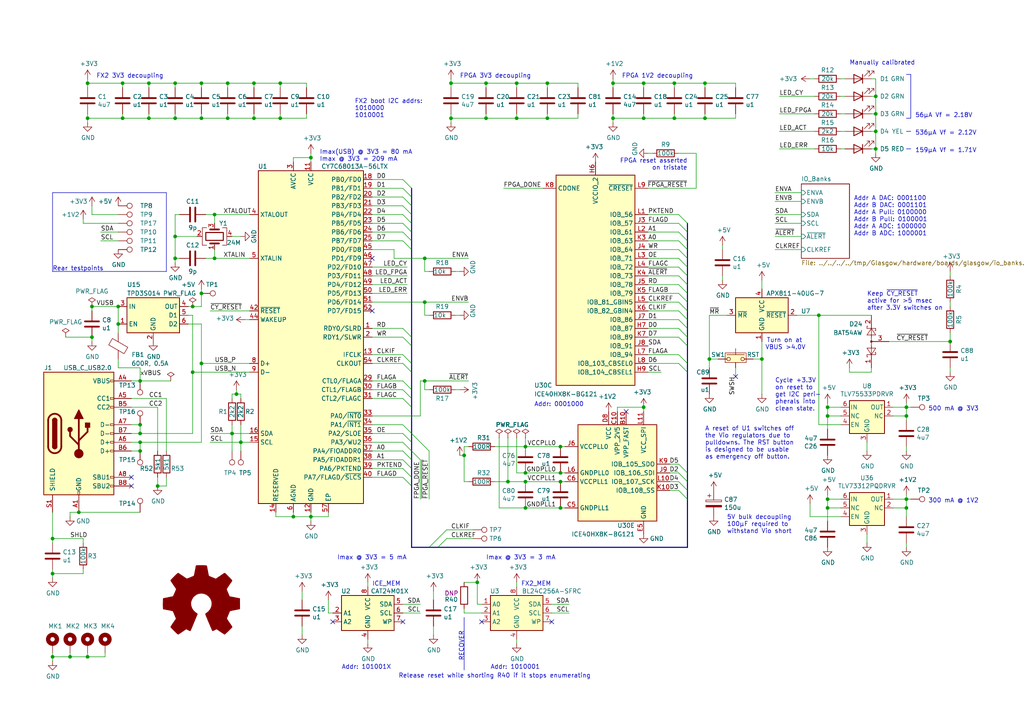
<source format=kicad_sch>
(kicad_sch (version 20230121) (generator eeschema)
  (paper "A4")
  (title_block (title "Base Board") (rev "C2") (company "whitequark research") (comment 1 "Glasgow Debug Tool"))
  (junction (at 152.4 139.7))
  (junction (at 50.8 24.13))
  (junction (at 20.32 190.5))
  (junction (at 43.18 24.13))
  (junction (at 62.23 62.23))
  (junction (at 90.17 149.86))
  (junction (at 240.03 147.32))
  (junction (at 205.74 104.14))
  (junction (at 186.69 24.13))
  (junction (at 123.19 110.49))
  (junction (at 162.56 139.7))
  (junction (at 162.56 147.32))
  (junction (at 195.58 24.13))
  (junction (at 50.8 74.93))
  (junction (at 220.98 104.14))
  (junction (at 50.8 34.29))
  (junction (at 162.56 137.16))
  (junction (at 68.58 114.3))
  (junction (at 66.04 24.13))
  (junction (at 123.19 87.63))
  (junction (at 25.4 190.5))
  (junction (at 134.62 132.08))
  (junction (at 158.75 24.13))
  (junction (at 34.29 88.9))
  (junction (at 177.8 24.13))
  (junction (at 262.89 120.65))
  (junction (at 152.4 137.16))
  (junction (at 123.19 74.93))
  (junction (at 25.4 24.13))
  (junction (at 26.67 97.79))
  (junction (at 130.81 24.13))
  (junction (at 73.66 24.13))
  (junction (at 15.24 166.37))
  (junction (at 35.56 24.13))
  (junction (at 58.42 105.41))
  (junction (at 45.72 140.97))
  (junction (at 158.75 34.29))
  (junction (at 177.8 34.29))
  (junction (at 254 27.94))
  (junction (at 254 38.1))
  (junction (at 204.47 24.13))
  (junction (at 204.47 34.29))
  (junction (at 73.66 34.29))
  (junction (at 186.69 34.29))
  (junction (at 66.04 34.29))
  (junction (at 40.64 128.27))
  (junction (at 152.4 129.54))
  (junction (at 262.89 147.32))
  (junction (at 35.56 34.29))
  (junction (at 50.8 68.58))
  (junction (at 152.4 147.32))
  (junction (at 138.43 168.91))
  (junction (at 275.59 99.06))
  (junction (at 81.28 34.29))
  (junction (at 186.69 118.11))
  (junction (at 130.81 34.29))
  (junction (at 43.18 34.29))
  (junction (at 40.64 130.81))
  (junction (at 40.64 125.73))
  (junction (at 81.28 24.13))
  (junction (at 62.23 74.93))
  (junction (at 58.42 24.13))
  (junction (at 140.97 24.13))
  (junction (at 22.86 148.59))
  (junction (at 195.58 34.29))
  (junction (at 40.64 110.49))
  (junction (at 15.24 156.21))
  (junction (at 25.4 34.29))
  (junction (at 149.86 34.29))
  (junction (at 34.29 93.98))
  (junction (at 15.24 190.5))
  (junction (at 69.85 128.27))
  (junction (at 149.86 24.13))
  (junction (at 58.42 34.29))
  (junction (at 254 33.02))
  (junction (at 58.42 85.09))
  (junction (at 147.32 139.7))
  (junction (at 240.03 118.11))
  (junction (at 85.09 149.86))
  (junction (at 254 43.18))
  (junction (at 162.56 129.54))
  (junction (at 237.49 91.44))
  (junction (at 262.89 144.78))
  (junction (at 90.17 45.72))
  (junction (at 40.64 123.19))
  (junction (at 140.97 34.29))
  (junction (at 240.03 144.78))
  (junction (at 262.89 118.11))
  (junction (at 55.88 88.9))
  (junction (at 240.03 120.65))
  (junction (at 26.67 88.9))
  (junction (at 55.88 107.95))
  (junction (at 67.31 125.73))
  (no_connect (at 139.7 180.34))
  (no_connect (at 38.1 138.43))
  (no_connect (at 38.1 140.97))
  (no_connect (at 181.61 119.38))
  (no_connect (at 107.95 90.17))
  (no_connect (at 213.36 109.22))
  (no_connect (at 107.95 74.93))
  (no_connect (at 96.52 180.34))
  (no_connect (at 160.02 180.34))
  (no_connect (at 116.84 180.34))
  (bus_entry (at 196.85 82.55) (size 2.54 2.54))
  (bus_entry (at 116.84 67.31) (size 2.54 2.54))
  (bus_entry (at 116.84 115.57) (size 2.54 2.54))
  (bus_entry (at 116.84 59.69) (size 2.54 2.54))
  (bus_entry (at 196.85 95.25) (size 2.54 2.54))
  (bus_entry (at 116.84 102.87) (size 2.54 2.54))
  (bus_entry (at 196.85 72.39) (size 2.54 2.54))
  (bus_entry (at 116.84 52.07) (size 2.54 2.54))
  (bus_entry (at 116.84 110.49) (size 2.54 2.54))
  (bus_entry (at 196.85 105.41) (size 2.54 2.54))
  (bus_entry (at 127 158.75) (size 2.54 -2.54))
  (bus_entry (at 116.84 133.35) (size 2.54 2.54))
  (bus_entry (at 116.84 130.81) (size 2.54 2.54))
  (bus_entry (at 124.46 158.75) (size 2.54 -2.54))
  (bus_entry (at 116.84 57.15) (size 2.54 2.54))
  (bus_entry (at 116.84 54.61) (size 2.54 2.54))
  (bus_entry (at 116.84 105.41) (size 2.54 2.54))
  (bus_entry (at 116.84 62.23) (size 2.54 2.54))
  (bus_entry (at 116.84 97.79) (size 2.54 2.54))
  (bus_entry (at 196.85 102.87) (size 2.54 2.54))
  (bus_entry (at 116.84 69.85) (size 2.54 2.54))
  (bus_entry (at 196.85 85.09) (size 2.54 2.54))
  (bus_entry (at 196.85 87.63) (size 2.54 2.54))
  (bus_entry (at 116.84 95.25) (size 2.54 2.54))
  (bus_entry (at 196.85 97.79) (size 2.54 2.54))
  (bus_entry (at 196.85 137.16) (size 2.54 2.54))
  (bus_entry (at 196.85 67.31) (size 2.54 2.54))
  (bus_entry (at 196.85 74.93) (size 2.54 2.54))
  (bus_entry (at 116.84 125.73) (size 2.54 2.54))
  (bus_entry (at 116.84 135.89) (size 2.54 2.54))
  (bus_entry (at 196.85 69.85) (size 2.54 2.54))
  (bus_entry (at 196.85 92.71) (size 2.54 2.54))
  (bus_entry (at 116.84 138.43) (size 2.54 2.54))
  (bus_entry (at 196.85 62.23) (size 2.54 2.54))
  (bus_entry (at 196.85 80.01) (size 2.54 2.54))
  (bus_entry (at 196.85 64.77) (size 2.54 2.54))
  (bus_entry (at 196.85 77.47) (size 2.54 2.54))
  (bus_entry (at 196.85 90.17) (size 2.54 2.54))
  (bus_entry (at 116.84 113.03) (size 2.54 2.54))
  (bus_entry (at 196.85 142.24) (size 2.54 2.54))
  (bus_entry (at 196.85 134.62) (size 2.54 2.54))
  (bus_entry (at 116.84 64.77) (size 2.54 2.54))
  (bus_entry (at 196.85 139.7) (size 2.54 2.54))
  (wire (pts (xy 243.84 22.86) (xy 245.11 22.86)))
  (wire (pts (xy 107.95 130.81) (xy 116.84 130.81)))
  (wire (pts (xy 132.08 78.74) (xy 133.35 78.74)))
  (wire (pts (xy 152.4 129.54) (xy 162.56 129.54)))
  (wire (pts (xy 95.25 177.8) (xy 96.52 177.8)))
  (wire (pts (xy 177.8 22.86) (xy 177.8 24.13)))
  (wire (pts (xy 107.95 138.43) (xy 116.84 138.43)))
  (wire (pts (xy 254 22.86) (xy 252.73 22.86)))
  (bus (pts (xy 199.39 90.17) (xy 199.39 92.71)))
  (wire (pts (xy 55.88 107.95) (xy 72.39 107.95)))
  (wire (pts (xy 48.26 115.57) (xy 48.26 130.81)))
  (wire (pts (xy 62.23 74.93) (xy 72.39 74.93)))
  (wire (pts (xy 187.96 82.55) (xy 196.85 82.55)))
  (wire (pts (xy 245.11 33.02) (xy 243.84 33.02)))
  (wire (pts (xy 237.49 91.44) (xy 237.49 123.19)))
  (wire (pts (xy 140.97 33.02) (xy 140.97 34.29)))
  (polyline (pts (xy 264.16 21.59) (xy 264.16 34.29)))
  (wire (pts (xy 224.79 72.39) (xy 232.41 72.39)))
  (wire (pts (xy 254 22.86) (xy 254 27.94)))
  (wire (pts (xy 107.95 52.07) (xy 116.84 52.07)))
  (bus (pts (xy 199.39 139.7) (xy 199.39 142.24)))
  (wire (pts (xy 130.81 22.86) (xy 130.81 24.13)))
  (polyline (pts (xy 15.24 55.88) (xy 48.26 55.88)))
  (wire (pts (xy 252.73 43.18) (xy 254 43.18)))
  (wire (pts (xy 107.95 87.63) (xy 123.19 87.63)))
  (bus (pts (xy 199.39 85.09) (xy 199.39 87.63)))
  (wire (pts (xy 107.95 113.03) (xy 116.84 113.03)))
  (wire (pts (xy 25.4 190.5) (xy 30.48 190.5)))
  (wire (pts (xy 50.8 62.23) (xy 52.07 62.23)))
  (wire (pts (xy 58.42 24.13) (xy 66.04 24.13)))
  (wire (pts (xy 237.49 123.19) (xy 243.84 123.19)))
  (wire (pts (xy 177.8 34.29) (xy 177.8 35.56)))
  (wire (pts (xy 73.66 24.13) (xy 81.28 24.13)))
  (wire (pts (xy 22.86 148.59) (xy 20.32 148.59)))
  (wire (pts (xy 106.68 168.91) (xy 106.68 170.18)))
  (bus (pts (xy 199.39 137.16) (xy 199.39 139.7)))
  (wire (pts (xy 69.85 130.81) (xy 69.85 128.27)))
  (wire (pts (xy 58.42 34.29) (xy 66.04 34.29)))
  (wire (pts (xy 15.24 189.23) (xy 15.24 190.5)))
  (bus (pts (xy 119.38 54.61) (xy 119.38 57.15)))
  (wire (pts (xy 195.58 25.4) (xy 195.58 24.13)))
  (wire (pts (xy 107.95 82.55) (xy 118.11 82.55)))
  (wire (pts (xy 123.19 78.74) (xy 124.46 78.74)))
  (wire (pts (xy 275.59 99.06) (xy 275.59 96.52)))
  (bus (pts (xy 199.39 77.47) (xy 199.39 80.01)))
  (wire (pts (xy 123.19 78.74) (xy 123.19 74.93)))
  (wire (pts (xy 140.97 25.4) (xy 140.97 24.13)))
  (wire (pts (xy 187.96 77.47) (xy 196.85 77.47)))
  (wire (pts (xy 262.89 147.32) (xy 262.89 149.86)))
  (bus (pts (xy 119.38 67.31) (xy 119.38 69.85)))
  (wire (pts (xy 15.24 165.1) (xy 15.24 166.37)))
  (wire (pts (xy 40.64 106.68) (xy 40.64 110.49)))
  (wire (pts (xy 24.13 64.77) (xy 34.29 64.77)))
  (wire (pts (xy 50.8 68.58) (xy 50.8 74.93)))
  (wire (pts (xy 60.96 90.17) (xy 72.39 90.17)))
  (wire (pts (xy 262.89 144.78) (xy 262.89 147.32)))
  (wire (pts (xy 87.63 171.45) (xy 87.63 173.99)))
  (wire (pts (xy 187.96 102.87) (xy 196.85 102.87)))
  (wire (pts (xy 50.8 62.23) (xy 50.8 68.58)))
  (bus (pts (xy 119.38 133.35) (xy 119.38 135.89)))
  (wire (pts (xy 187.96 67.31) (xy 196.85 67.31)))
  (bus (pts (xy 199.39 97.79) (xy 199.39 100.33)))
  (wire (pts (xy 246.38 106.68) (xy 246.38 107.95)))
  (wire (pts (xy 130.81 25.4) (xy 130.81 24.13)))
  (wire (pts (xy 134.62 139.7) (xy 135.89 139.7)))
  (wire (pts (xy 38.1 130.81) (xy 40.64 130.81)))
  (wire (pts (xy 231.14 91.44) (xy 237.49 91.44)))
  (wire (pts (xy 224.79 64.77) (xy 232.41 64.77)))
  (wire (pts (xy 58.42 128.27) (xy 58.42 105.41)))
  (wire (pts (xy 20.32 190.5) (xy 20.32 189.23)))
  (bus (pts (xy 199.39 95.25) (xy 199.39 97.79)))
  (wire (pts (xy 187.96 87.63) (xy 196.85 87.63)))
  (wire (pts (xy 107.95 95.25) (xy 116.84 95.25)))
  (wire (pts (xy 15.24 156.21) (xy 24.13 156.21)))
  (wire (pts (xy 25.4 35.56) (xy 25.4 34.29)))
  (wire (pts (xy 50.8 24.13) (xy 50.8 25.4)))
  (wire (pts (xy 62.23 62.23) (xy 72.39 62.23)))
  (wire (pts (xy 34.29 67.31) (xy 29.21 67.31)))
  (wire (pts (xy 224.79 62.23) (xy 232.41 62.23)))
  (wire (pts (xy 167.64 25.4) (xy 167.64 24.13)))
  (wire (pts (xy 66.04 34.29) (xy 73.66 34.29)))
  (wire (pts (xy 152.4 137.16) (xy 162.56 137.16)))
  (wire (pts (xy 26.67 59.69) (xy 26.67 62.23)))
  (wire (pts (xy 213.36 34.29) (xy 204.47 34.29)))
  (wire (pts (xy 194.31 137.16) (xy 196.85 137.16)))
  (wire (pts (xy 87.63 181.61) (xy 87.63 184.15)))
  (wire (pts (xy 140.97 34.29) (xy 149.86 34.29)))
  (wire (pts (xy 226.06 38.1) (xy 236.22 38.1)))
  (wire (pts (xy 58.42 105.41) (xy 72.39 105.41)))
  (wire (pts (xy 220.98 99.06) (xy 220.98 104.14)))
  (wire (pts (xy 38.1 123.19) (xy 40.64 123.19)))
  (wire (pts (xy 196.85 44.45) (xy 201.93 44.45)))
  (wire (pts (xy 114.3 72.39) (xy 114.3 74.93)))
  (wire (pts (xy 106.68 185.42) (xy 106.68 186.69)))
  (wire (pts (xy 67.31 115.57) (xy 67.31 114.3)))
  (wire (pts (xy 259.08 118.11) (xy 262.89 118.11)))
  (wire (pts (xy 186.69 118.11) (xy 186.69 119.38)))
  (wire (pts (xy 35.56 34.29) (xy 25.4 34.29)))
  (bus (pts (xy 199.39 72.39) (xy 199.39 74.93)))
  (wire (pts (xy 15.24 190.5) (xy 15.24 191.77)))
  (wire (pts (xy 68.58 114.3) (xy 69.85 114.3)))
  (wire (pts (xy 187.96 80.01) (xy 196.85 80.01)))
  (wire (pts (xy 194.31 134.62) (xy 196.85 134.62)))
  (wire (pts (xy 25.4 190.5) (xy 25.4 189.23)))
  (wire (pts (xy 204.47 34.29) (xy 204.47 33.02)))
  (wire (pts (xy 204.47 24.13) (xy 204.47 25.4)))
  (wire (pts (xy 187.96 69.85) (xy 196.85 69.85)))
  (wire (pts (xy 259.08 120.65) (xy 262.89 120.65)))
  (wire (pts (xy 143.51 129.54) (xy 152.4 129.54)))
  (wire (pts (xy 123.19 91.44) (xy 123.19 87.63)))
  (wire (pts (xy 90.17 149.86) (xy 95.25 149.86)))
  (bus (pts (xy 119.38 158.75) (xy 124.46 158.75)))
  (wire (pts (xy 58.42 83.82) (xy 58.42 85.09)))
  (wire (pts (xy 71.12 92.71) (xy 72.39 92.71)))
  (wire (pts (xy 245.11 43.18) (xy 243.84 43.18)))
  (wire (pts (xy 34.29 106.68) (xy 40.64 106.68)))
  (wire (pts (xy 130.81 33.02) (xy 130.81 34.29)))
  (wire (pts (xy 123.19 87.63) (xy 135.89 87.63)))
  (wire (pts (xy 149.86 127) (xy 149.86 137.16)))
  (wire (pts (xy 68.58 113.03) (xy 68.58 114.3)))
  (wire (pts (xy 35.56 25.4) (xy 35.56 24.13)))
  (wire (pts (xy 240.03 144.78) (xy 240.03 147.32)))
  (wire (pts (xy 40.64 125.73) (xy 55.88 125.73)))
  (wire (pts (xy 25.4 22.86) (xy 25.4 24.13)))
  (wire (pts (xy 240.03 118.11) (xy 240.03 120.65)))
  (wire (pts (xy 40.64 128.27) (xy 58.42 128.27)))
  (wire (pts (xy 73.66 24.13) (xy 73.66 25.4)))
  (wire (pts (xy 243.84 147.32) (xy 240.03 147.32)))
  (wire (pts (xy 262.89 118.11) (xy 262.89 120.65)))
  (wire (pts (xy 134.62 132.08) (xy 134.62 139.7)))
  (wire (pts (xy 43.18 33.02) (xy 43.18 34.29)))
  (wire (pts (xy 157.48 54.61) (xy 146.05 54.61)))
  (wire (pts (xy 116.84 105.41) (xy 107.95 105.41)))
  (wire (pts (xy 88.9 24.13) (xy 81.28 24.13)))
  (wire (pts (xy 187.96 90.17) (xy 196.85 90.17)))
  (wire (pts (xy 67.31 123.19) (xy 67.31 125.73)))
  (wire (pts (xy 26.67 88.9) (xy 34.29 88.9)))
  (bus (pts (xy 119.38 62.23) (xy 119.38 64.77)))
  (wire (pts (xy 107.95 72.39) (xy 114.3 72.39)))
  (wire (pts (xy 55.88 91.44) (xy 55.88 107.95)))
  (wire (pts (xy 40.64 130.81) (xy 40.64 128.27)))
  (wire (pts (xy 85.09 148.59) (xy 85.09 149.86)))
  (wire (pts (xy 208.28 104.14) (xy 205.74 104.14)))
  (wire (pts (xy 152.4 139.7) (xy 162.56 139.7)))
  (wire (pts (xy 252.73 27.94) (xy 254 27.94)))
  (wire (pts (xy 15.24 148.59) (xy 15.24 156.21)))
  (wire (pts (xy 177.8 34.29) (xy 186.69 34.29)))
  (polyline (pts (xy 15.24 78.74) (xy 15.24 55.88)))
  (wire (pts (xy 95.25 149.86) (xy 95.25 148.59)))
  (bus (pts (xy 199.39 80.01) (xy 199.39 82.55)))
  (bus (pts (xy 119.38 100.33) (xy 119.38 105.41)))
  (wire (pts (xy 45.72 118.11) (xy 45.72 130.81)))
  (wire (pts (xy 186.69 34.29) (xy 195.58 34.29)))
  (wire (pts (xy 187.96 105.41) (xy 196.85 105.41)))
  (bus (pts (xy 119.38 118.11) (xy 119.38 128.27)))
  (wire (pts (xy 20.32 190.5) (xy 25.4 190.5)))
  (wire (pts (xy 162.56 129.54) (xy 163.83 129.54)))
  (wire (pts (xy 187.96 74.93) (xy 196.85 74.93)))
  (wire (pts (xy 143.51 139.7) (xy 147.32 139.7)))
  (wire (pts (xy 158.75 25.4) (xy 158.75 24.13)))
  (wire (pts (xy 107.95 120.65) (xy 121.92 120.65)))
  (wire (pts (xy 107.95 59.69) (xy 116.84 59.69)))
  (wire (pts (xy 49.53 110.49) (xy 40.64 110.49)))
  (wire (pts (xy 66.04 24.13) (xy 73.66 24.13)))
  (bus (pts (xy 199.39 144.78) (xy 199.39 158.75)))
  (wire (pts (xy 80.01 148.59) (xy 80.01 149.86)))
  (polyline (pts (xy 262.89 21.59) (xy 264.16 21.59)))
  (wire (pts (xy 213.36 24.13) (xy 204.47 24.13)))
  (wire (pts (xy 20.32 148.59) (xy 20.32 149.86)))
  (wire (pts (xy 107.95 125.73) (xy 116.84 125.73)))
  (wire (pts (xy 220.98 83.82) (xy 220.98 81.28)))
  (wire (pts (xy 35.56 24.13) (xy 43.18 24.13)))
  (wire (pts (xy 40.64 148.59) (xy 22.86 148.59)))
  (wire (pts (xy 69.85 114.3) (xy 69.85 115.57)))
  (wire (pts (xy 186.69 25.4) (xy 186.69 24.13)))
  (wire (pts (xy 144.78 147.32) (xy 152.4 147.32)))
  (wire (pts (xy 73.66 33.02) (xy 73.66 34.29)))
  (wire (pts (xy 69.85 128.27) (xy 72.39 128.27)))
  (wire (pts (xy 123.19 110.49) (xy 123.19 113.03)))
  (wire (pts (xy 240.03 116.84) (xy 240.03 118.11)))
  (wire (pts (xy 251.46 154.94) (xy 251.46 157.48)))
  (wire (pts (xy 187.96 107.95) (xy 191.77 107.95)))
  (wire (pts (xy 121.92 110.49) (xy 123.19 110.49)))
  (wire (pts (xy 134.62 168.91) (xy 138.43 168.91)))
  (wire (pts (xy 133.35 132.08) (xy 134.62 132.08)))
  (wire (pts (xy 139.7 177.8) (xy 134.62 177.8)))
  (wire (pts (xy 262.89 143.51) (xy 262.89 144.78)))
  (wire (pts (xy 177.8 24.13) (xy 186.69 24.13)))
  (bus (pts (xy 199.39 92.71) (xy 199.39 95.25)))
  (bus (pts (xy 127 158.75) (xy 199.39 158.75)))
  (wire (pts (xy 149.86 137.16) (xy 152.4 137.16)))
  (wire (pts (xy 62.23 72.39) (xy 62.23 74.93)))
  (wire (pts (xy 34.29 69.85) (xy 29.21 69.85)))
  (wire (pts (xy 90.17 149.86) (xy 90.17 151.13)))
  (wire (pts (xy 147.32 139.7) (xy 152.4 139.7)))
  (wire (pts (xy 224.79 58.42) (xy 232.41 58.42)))
  (wire (pts (xy 124.46 130.81) (xy 124.46 144.78)))
  (polyline (pts (xy 262.89 38.1) (xy 264.16 38.1)))
  (wire (pts (xy 54.61 91.44) (xy 55.88 91.44)))
  (wire (pts (xy 240.03 120.65) (xy 240.03 124.46)))
  (wire (pts (xy 121.92 175.26) (xy 116.84 175.26)))
  (wire (pts (xy 121.92 120.65) (xy 121.92 110.49)))
  (wire (pts (xy 34.29 104.14) (xy 34.29 106.68)))
  (wire (pts (xy 88.9 25.4) (xy 88.9 24.13)))
  (wire (pts (xy 123.19 74.93) (xy 135.89 74.93)))
  (wire (pts (xy 275.59 107.95) (xy 275.59 106.68)))
  (wire (pts (xy 66.04 33.02) (xy 66.04 34.29)))
  (wire (pts (xy 35.56 33.02) (xy 35.56 34.29)))
  (wire (pts (xy 186.69 24.13) (xy 195.58 24.13)))
  (wire (pts (xy 251.46 128.27) (xy 251.46 130.81)))
  (wire (pts (xy 167.64 33.02) (xy 167.64 34.29)))
  (bus (pts (xy 199.39 107.95) (xy 199.39 137.16)))
  (wire (pts (xy 25.4 34.29) (xy 25.4 33.02)))
  (bus (pts (xy 119.38 107.95) (xy 119.38 113.03)))
  (wire (pts (xy 262.89 144.78) (xy 264.16 144.78)))
  (wire (pts (xy 54.61 88.9) (xy 55.88 88.9)))
  (wire (pts (xy 234.95 146.05) (xy 234.95 149.86)))
  (wire (pts (xy 15.24 156.21) (xy 15.24 157.48)))
  (wire (pts (xy 24.13 165.1) (xy 24.13 166.37)))
  (wire (pts (xy 52.07 74.93) (xy 50.8 74.93)))
  (wire (pts (xy 121.92 177.8) (xy 116.84 177.8)))
  (wire (pts (xy 35.56 24.13) (xy 25.4 24.13)))
  (wire (pts (xy 130.81 34.29) (xy 140.97 34.29)))
  (wire (pts (xy 90.17 45.72) (xy 90.17 46.99)))
  (wire (pts (xy 158.75 34.29) (xy 167.64 34.29)))
  (bus (pts (xy 124.46 158.75) (xy 127 158.75)))
  (wire (pts (xy 240.03 118.11) (xy 243.84 118.11)))
  (wire (pts (xy 55.88 107.95) (xy 55.88 125.73)))
  (bus (pts (xy 119.38 138.43) (xy 119.38 140.97)))
  (wire (pts (xy 177.8 33.02) (xy 177.8 34.29)))
  (wire (pts (xy 107.95 110.49) (xy 116.84 110.49)))
  (wire (pts (xy 275.59 87.63) (xy 275.59 88.9)))
  (wire (pts (xy 107.95 123.19) (xy 116.84 123.19)))
  (wire (pts (xy 213.36 33.02) (xy 213.36 34.29)))
  (wire (pts (xy 85.09 46.99) (xy 85.09 45.72)))
  (wire (pts (xy 243.84 144.78) (xy 240.03 144.78)))
  (wire (pts (xy 194.31 142.24) (xy 196.85 142.24)))
  (wire (pts (xy 90.17 148.59) (xy 90.17 149.86)))
  (wire (pts (xy 213.36 24.13) (xy 213.36 25.4)))
  (wire (pts (xy 38.1 110.49) (xy 40.64 110.49)))
  (wire (pts (xy 85.09 149.86) (xy 90.17 149.86)))
  (wire (pts (xy 254 33.02) (xy 254 38.1)))
  (wire (pts (xy 209.55 81.28) (xy 209.55 80.01)))
  (wire (pts (xy 124.46 91.44) (xy 123.19 91.44)))
  (wire (pts (xy 259.08 147.32) (xy 262.89 147.32)))
  (wire (pts (xy 140.97 24.13) (xy 149.86 24.13)))
  (wire (pts (xy 187.96 97.79) (xy 196.85 97.79)))
  (wire (pts (xy 81.28 24.13) (xy 81.28 25.4)))
  (wire (pts (xy 205.74 104.14) (xy 205.74 106.68)))
  (wire (pts (xy 50.8 24.13) (xy 58.42 24.13)))
  (wire (pts (xy 139.7 175.26) (xy 138.43 175.26)))
  (wire (pts (xy 60.96 128.27) (xy 69.85 128.27)))
  (wire (pts (xy 59.69 62.23) (xy 62.23 62.23)))
  (wire (pts (xy 152.4 147.32) (xy 162.56 147.32)))
  (wire (pts (xy 26.67 62.23) (xy 34.29 62.23)))
  (wire (pts (xy 107.95 62.23) (xy 116.84 62.23)))
  (wire (pts (xy 35.56 34.29) (xy 43.18 34.29)))
  (wire (pts (xy 50.8 33.02) (xy 50.8 34.29)))
  (polyline (pts (xy 48.26 55.88) (xy 48.26 78.74)))
  (wire (pts (xy 226.06 33.02) (xy 236.22 33.02)))
  (wire (pts (xy 134.62 129.54) (xy 134.62 132.08)))
  (wire (pts (xy 245.11 27.94) (xy 243.84 27.94)))
  (wire (pts (xy 152.4 127) (xy 152.4 129.54)))
  (wire (pts (xy 187.96 62.23) (xy 196.85 62.23)))
  (wire (pts (xy 149.86 168.91) (xy 149.86 170.18)))
  (wire (pts (xy 158.75 33.02) (xy 158.75 34.29)))
  (wire (pts (xy 125.73 181.61) (xy 125.73 184.15)))
  (wire (pts (xy 209.55 72.39) (xy 209.55 71.12)))
  (wire (pts (xy 137.16 156.21) (xy 129.54 156.21)))
  (wire (pts (xy 116.84 123.19) (xy 124.46 130.81)))
  (wire (pts (xy 234.95 22.86) (xy 236.22 22.86)))
  (wire (pts (xy 67.31 125.73) (xy 67.31 130.81)))
  (wire (pts (xy 130.81 24.13) (xy 140.97 24.13)))
  (wire (pts (xy 240.03 147.32) (xy 240.03 151.13)))
  (wire (pts (xy 15.24 166.37) (xy 15.24 167.64)))
  (wire (pts (xy 73.66 34.29) (xy 81.28 34.29)))
  (wire (pts (xy 187.96 85.09) (xy 196.85 85.09)))
  (polyline (pts (xy 262.89 43.18) (xy 264.16 43.18)))
  (wire (pts (xy 129.54 153.67) (xy 137.16 153.67)))
  (wire (pts (xy 88.9 33.02) (xy 88.9 34.29)))
  (wire (pts (xy 67.31 114.3) (xy 68.58 114.3)))
  (wire (pts (xy 43.18 34.29) (xy 50.8 34.29)))
  (wire (pts (xy 262.89 116.84) (xy 262.89 118.11)))
  (wire (pts (xy 123.19 110.49) (xy 135.89 110.49)))
  (wire (pts (xy 262.89 118.11) (xy 264.16 118.11)))
  (wire (pts (xy 58.42 93.98) (xy 58.42 105.41)))
  (wire (pts (xy 107.95 115.57) (xy 116.84 115.57)))
  (wire (pts (xy 58.42 33.02) (xy 58.42 34.29)))
  (wire (pts (xy 95.25 173.99) (xy 95.25 177.8)))
  (wire (pts (xy 34.29 96.52) (xy 34.29 93.98)))
  (wire (pts (xy 134.62 176.53) (xy 134.62 177.8)))
  (wire (pts (xy 162.56 139.7) (xy 163.83 139.7)))
  (wire (pts (xy 186.69 33.02) (xy 186.69 34.29)))
  (wire (pts (xy 67.31 68.58) (xy 69.85 68.58)))
  (wire (pts (xy 125.73 171.45) (xy 125.73 173.99)))
  (wire (pts (xy 149.86 33.02) (xy 149.86 34.29)))
  (wire (pts (xy 107.95 128.27) (xy 116.84 128.27)))
  (wire (pts (xy 107.95 57.15) (xy 116.84 57.15)))
  (wire (pts (xy 254 38.1) (xy 254 43.18)))
  (wire (pts (xy 218.44 104.14) (xy 220.98 104.14)))
  (wire (pts (xy 195.58 34.29) (xy 204.47 34.29)))
  (bus (pts (xy 119.38 128.27) (xy 119.38 133.35)))
  (wire (pts (xy 114.3 74.93) (xy 123.19 74.93)))
  (wire (pts (xy 34.29 93.98) (xy 34.29 88.9)))
  (bus (pts (xy 199.39 100.33) (xy 199.39 105.41)))
  (wire (pts (xy 107.95 135.89) (xy 116.84 135.89)))
  (wire (pts (xy 177.8 24.13) (xy 177.8 25.4)))
  (wire (pts (xy 85.09 45.72) (xy 90.17 45.72)))
  (wire (pts (xy 262.89 157.48) (xy 262.89 158.75)))
  (bus (pts (xy 199.39 74.93) (xy 199.39 77.47)))
  (bus (pts (xy 199.39 82.55) (xy 199.39 85.09)))
  (wire (pts (xy 240.03 143.51) (xy 240.03 144.78)))
  (wire (pts (xy 213.36 106.68) (xy 213.36 109.22)))
  (wire (pts (xy 165.1 177.8) (xy 160.02 177.8)))
  (wire (pts (xy 59.69 74.93) (xy 62.23 74.93)))
  (wire (pts (xy 38.1 118.11) (xy 45.72 118.11)))
  (wire (pts (xy 252.73 33.02) (xy 254 33.02)))
  (wire (pts (xy 147.32 127) (xy 147.32 139.7)))
  (wire (pts (xy 224.79 55.88) (xy 232.41 55.88)))
  (wire (pts (xy 38.1 125.73) (xy 40.64 125.73)))
  (wire (pts (xy 50.8 76.2) (xy 50.8 74.93)))
  (wire (pts (xy 55.88 88.9) (xy 58.42 88.9)))
  (wire (pts (xy 201.93 44.45) (xy 201.93 54.61)))
  (wire (pts (xy 132.08 91.44) (xy 133.35 91.44)))
  (wire (pts (xy 38.1 115.57) (xy 48.26 115.57)))
  (wire (pts (xy 149.86 25.4) (xy 149.86 24.13)))
  (wire (pts (xy 254 43.18) (xy 254 44.45)))
  (wire (pts (xy 45.72 140.97) (xy 48.26 140.97)))
  (bus (pts (xy 119.38 115.57) (xy 119.38 118.11)))
  (wire (pts (xy 107.95 69.85) (xy 116.84 69.85)))
  (wire (pts (xy 107.95 102.87) (xy 116.84 102.87)))
  (wire (pts (xy 57.15 68.58) (xy 50.8 68.58)))
  (wire (pts (xy 81.28 34.29) (xy 81.28 33.02)))
  (wire (pts (xy 58.42 85.09) (xy 58.42 88.9)))
  (wire (pts (xy 234.95 149.86) (xy 243.84 149.86)))
  (wire (pts (xy 162.56 147.32) (xy 163.83 147.32)))
  (bus (pts (xy 119.38 72.39) (xy 119.38 97.79)))
  (wire (pts (xy 162.56 137.16) (xy 163.83 137.16)))
  (wire (pts (xy 149.86 185.42) (xy 149.86 186.69)))
  (wire (pts (xy 54.61 93.98) (xy 58.42 93.98)))
  (wire (pts (xy 262.89 120.65) (xy 262.89 121.92)))
  (wire (pts (xy 127 156.21) (xy 129.54 153.67)))
  (wire (pts (xy 43.18 24.13) (xy 43.18 25.4)))
  (bus (pts (xy 119.38 59.69) (xy 119.38 62.23)))
  (wire (pts (xy 187.96 44.45) (xy 189.23 44.45)))
  (wire (pts (xy 62.23 62.23) (xy 62.23 64.77)))
  (wire (pts (xy 187.96 95.25) (xy 196.85 95.25)))
  (wire (pts (xy 220.98 104.14) (xy 220.98 114.3)))
  (wire (pts (xy 40.64 123.19) (xy 40.64 125.73)))
  (wire (pts (xy 257.81 99.06) (xy 275.59 99.06)))
  (wire (pts (xy 107.95 77.47) (xy 118.11 77.47)))
  (bus (pts (xy 119.38 105.41) (xy 119.38 107.95)))
  (wire (pts (xy 121.92 133.35) (xy 121.92 144.78)))
  (wire (pts (xy 210.82 91.44) (xy 205.74 91.44)))
  (wire (pts (xy 69.85 123.19) (xy 69.85 128.27)))
  (bus (pts (xy 119.38 113.03) (xy 119.38 115.57)))
  (wire (pts (xy 24.13 63.5) (xy 24.13 64.77)))
  (bus (pts (xy 119.38 64.77) (xy 119.38 67.31)))
  (polyline (pts (xy 264.16 34.29) (xy 262.89 34.29)))
  (wire (pts (xy 116.84 128.27) (xy 121.92 133.35)))
  (wire (pts (xy 107.95 97.79) (xy 116.84 97.79)))
  (wire (pts (xy 26.67 88.9) (xy 26.67 90.17)))
  (wire (pts (xy 149.86 34.29) (xy 158.75 34.29)))
  (bus (pts (xy 199.39 69.85) (xy 199.39 72.39)))
  (wire (pts (xy 132.08 113.03) (xy 133.35 113.03)))
  (wire (pts (xy 254 27.94) (xy 254 33.02)))
  (wire (pts (xy 130.81 35.56) (xy 130.81 34.29)))
  (wire (pts (xy 262.89 129.54) (xy 262.89 130.81)))
  (wire (pts (xy 187.96 92.71) (xy 196.85 92.71)))
  (wire (pts (xy 195.58 33.02) (xy 195.58 34.29)))
  (wire (pts (xy 107.95 64.77) (xy 116.84 64.77)))
  (wire (pts (xy 123.19 113.03) (xy 124.46 113.03)))
  (wire (pts (xy 165.1 175.26) (xy 160.02 175.26)))
  (wire (pts (xy 118.11 85.09) (xy 107.95 85.09)))
  (bus (pts (xy 199.39 105.41) (xy 199.39 107.95)))
  (wire (pts (xy 246.38 107.95) (xy 252.73 107.95)))
  (bus (pts (xy 199.39 87.63) (xy 199.39 90.17)))
  (wire (pts (xy 226.06 43.18) (xy 236.22 43.18)))
  (wire (pts (xy 19.05 97.79) (xy 26.67 97.79)))
  (wire (pts (xy 43.18 24.13) (xy 50.8 24.13)))
  (wire (pts (xy 245.11 38.1) (xy 243.84 38.1)))
  (wire (pts (xy 135.89 129.54) (xy 134.62 129.54)))
  (bus (pts (xy 119.38 57.15) (xy 119.38 59.69)))
  (wire (pts (xy 80.01 149.86) (xy 85.09 149.86)))
  (wire (pts (xy 158.75 24.13) (xy 167.64 24.13)))
  (wire (pts (xy 30.48 190.5) (xy 30.48 189.23)))
  (wire (pts (xy 205.74 91.44) (xy 205.74 104.14)))
  (wire (pts (xy 45.72 138.43) (xy 45.72 140.97)))
  (polyline (pts (xy 48.26 78.74) (xy 15.24 78.74)))
  (wire (pts (xy 179.07 119.38) (xy 179.07 118.11)))
  (bus (pts (xy 119.38 97.79) (xy 119.38 100.33)))
  (wire (pts (xy 25.4 24.13) (xy 25.4 25.4)))
  (wire (pts (xy 67.31 125.73) (xy 72.39 125.73)))
  (wire (pts (xy 149.86 24.13) (xy 158.75 24.13)))
  (bus (pts (xy 119.38 140.97) (xy 119.38 158.75)))
  (wire (pts (xy 252.73 91.44) (xy 237.49 91.44)))
  (wire (pts (xy 252.73 107.95) (xy 252.73 106.68)))
  (wire (pts (xy 26.67 97.79) (xy 26.67 99.06)))
  (wire (pts (xy 60.96 125.73) (xy 67.31 125.73)))
  (wire (pts (xy 88.9 34.29) (xy 81.28 34.29)))
  (wire (pts (xy 15.24 166.37) (xy 24.13 166.37)))
  (bus (pts (xy 199.39 142.24) (xy 199.39 144.78)))
  (wire (pts (xy 187.96 54.61) (xy 201.93 54.61)))
  (wire (pts (xy 187.96 72.39) (xy 196.85 72.39)))
  (wire (pts (xy 254 38.1) (xy 252.73 38.1)))
  (wire (pts (xy 15.24 190.5) (xy 20.32 190.5)))
  (wire (pts (xy 243.84 120.65) (xy 240.03 120.65)))
  (wire (pts (xy 90.17 44.45) (xy 90.17 45.72)))
  (polyline (pts (xy 134.62 179.07) (xy 134.62 194.31)))
  (wire (pts (xy 118.11 80.01) (xy 107.95 80.01)))
  (wire (pts (xy 195.58 24.13) (xy 204.47 24.13)))
  (bus (pts (xy 199.39 67.31) (xy 199.39 69.85)))
  (bus (pts (xy 199.39 64.77) (xy 199.39 67.31)))
  (wire (pts (xy 107.95 133.35) (xy 116.84 133.35)))
  (wire (pts (xy 66.04 24.13) (xy 66.04 25.4)))
  (wire (pts (xy 179.07 118.11) (xy 186.69 118.11)))
  (wire (pts (xy 38.1 128.27) (xy 40.64 128.27)))
  (bus (pts (xy 119.38 69.85) (xy 119.38 72.39)))
  (wire (pts (xy 48.26 140.97) (xy 48.26 138.43)))
  (wire (pts (xy 187.96 64.77) (xy 196.85 64.77)))
  (wire (pts (xy 24.13 156.21) (xy 24.13 157.48)))
  (wire (pts (xy 138.43 168.91) (xy 138.43 175.26)))
  (wire (pts (xy 107.95 54.61) (xy 116.84 54.61)))
  (wire (pts (xy 58.42 24.13) (xy 58.42 25.4)))
  (wire (pts (xy 194.31 139.7) (xy 196.85 139.7)))
  (wire (pts (xy 275.59 78.74) (xy 275.59 80.01)))
  (bus (pts (xy 119.38 135.89) (xy 119.38 138.43)))
  (wire (pts (xy 50.8 34.29) (xy 58.42 34.29)))
  (wire (pts (xy 236.22 27.94) (xy 226.06 27.94)))
  (wire (pts (xy 224.79 68.58) (xy 232.41 68.58)))
  (wire (pts (xy 144.78 127) (xy 144.78 147.32)))
  (wire (pts (xy 259.08 144.78) (xy 262.89 144.78)))
  (wire (pts (xy 107.95 67.31) (xy 116.84 67.31)))
  (text "Manually calibrated" (at 246.38 19.05 0) (effects (font (size 1.27 1.27)) (justify left bottom)))
  (text "Rear testpoints" (at 15.24 78.74 0) (effects (font (size 1.27 1.27)) (justify left bottom)))
  (text "56µA Vf = 2.18V" (at 265.43 34.29 0) (effects (font (size 1.27 1.27)) (justify left bottom)))
  (text "5V bulk decoupling\n100µF required to\nwithstand Vio short" (at 210.82 154.94 0) (effects (font (size 1.27 1.27)) (justify left bottom)))
  (text "FX2 3V3 decoupling" (at 27.94 22.86 0) (effects (font (size 1.27 1.27)) (justify left bottom)))
  (text "300 mA @ 1V2\n" (at 269.24 146.05 0) (effects (font (size 1.27 1.27)) (justify left bottom)))
  (text "Release reset while shorting R40 if it stops enumerating" (at 115.57 196.85 0) (effects (font (size 1.27 1.27)) (justify left bottom)))
  (text "FPGA 1V2 decoupling" (at 180.34 22.86 0) (effects (font (size 1.27 1.27)) (justify left bottom)))
  (text "Imax @ 3V3 = 3 mA" (at 140.97 162.56 0) (effects (font (size 1.27 1.27)) (justify left bottom)))
  (text "Imax(USB) @ 3V3 = 80 mA\nImax @ 3V3 = 209 mA" (at 92.71 46.99 0) (effects (font (size 1.27 1.27)) (justify left bottom)))
  (text "Cycle +3.3V\non reset to \nget I2C peri-\npherals into \nclean state." (at 224.79 119.38 0) (effects (font (size 1.27 1.27)) (justify left bottom)))
  (text "Keep ~{CY_RESET} \nactive for >5 msec\nafter 3.3V switches on\n" (at 251.46 90.17 0) (effects (font (size 1.27 1.27)) (justify left bottom)))
  (text "FPGA reset asserted\non tristate" (at 199.39 49.53 0) (effects (font (size 1.27 1.27)) (justify right bottom)))
  (text "FX2 boot I2C addrs:\n1010000\n1010001" (at 102.87 34.29 0) (effects (font (size 1.27 1.27)) (justify left bottom)))
  (text "Addr: 1010001" (at 142.24 194.31 0) (effects (font (size 1.27 1.27)) (justify left bottom)))
  (text "Turn on at \nVBUS >4.0V" (at 233.68 101.6 0) (effects (font (size 1.27 1.27)) (justify right bottom)))
  (text "Addr: 101001X" (at 99.06 194.31 0) (effects (font (size 1.27 1.27)) (justify left bottom)))
  (text "A reset of U1 switches off \nthe Vio regulators due to \npulldowns. The RST button\nis designed to be usable \nas emergency off button." (at 204.47 133.35 0) (effects (font (size 1.27 1.27)) (justify left bottom)))
  (text "500 mA @ 3V3" (at 269.24 119.38 0) (effects (font (size 1.27 1.27)) (justify left bottom)))
  (text "FPGA 3V3 decoupling" (at 133.35 22.86 0) (effects (font (size 1.27 1.27)) (justify left bottom)))
  (text "RECOVER" (at 134.62 191.77 90) (effects (font (size 1.27 1.27)) (justify left bottom)))
  (text "ICE_MEM" (at 107.95 170.18 0) (effects (font (size 1.27 1.27)) (justify left bottom)))
  (text "FX2_MEM" (at 151.13 170.18 0) (effects (font (size 1.27 1.27)) (justify left bottom)))
  (text "536µA Vf = 2.12V" (at 265.43 39.37 0) (effects (font (size 1.27 1.27)) (justify left bottom)))
  (text "Imax @ 3V3 = 5 mA" (at 97.79 162.56 0) (effects (font (size 1.27 1.27)) (justify left bottom)))
  (text "Addr: 0001000" (at 154.94 118.11 0) (effects (font (size 1.27 1.27)) (justify left bottom)))
  (text "159µA Vf = 1.71V" (at 265.43 44.45 0) (effects (font (size 1.27 1.27)) (justify left bottom)))
  (text "Addr A DAC: 0001100\nAddr B DAC: 0001101\nAddr A Pull: 0100000\nAddr B Pull: 0100001\nAddr A ADC: 1000000\nAddr B ADC: 1000001" (at 247.65 68.58 0) (effects (font (size 1.27 1.27)) (justify left bottom)))
  (label "~{ALERT}" (at 135.89 110.49 180))
  (label "WR" (at 187.96 72.39 0))
  (label "CLKREF" (at 109.22 105.41 0))
  (label "RD" (at 187.96 82.55 0))
  (label "FPGA_DONE" (at 121.92 144.78 90))
  (label "LED_FPGA" (at 226.06 33.02 0))
  (label "FLAGB" (at 109.22 113.03 0))
  (label "ENVA" (at 135.89 74.93 180))
  (label "CLKREF" (at 187.96 87.63 0))
  (label "A0" (at 109.22 130.81 0))
  (label "VCCPLL0" (at 161.29 129.54 180))
  (label "D5" (at 196.85 134.62 180))
  (label "SDA" (at 60.96 125.73 0))
  (label "RD" (at 109.22 95.25 0))
  (label "D6" (at 109.22 67.31 0))
  (label "SCL" (at 60.96 128.27 0))
  (label "CLKIF" (at 130.81 153.67 0))
  (label "~{ALERT}" (at 224.79 68.58 0))
  (label "OE" (at 187.96 74.93 0))
  (label "FLAGC" (at 187.96 77.47 0))
  (label "LED_FPGA" (at 118.11 80.01 180))
  (label "LED_ERR" (at 118.11 85.09 180))
  (label "SDA" (at 29.21 67.31 0))
  (label "~{CY_RESET}" (at 269.24 99.06 180))
  (label "SCL" (at 191.77 107.95 180))
  (label "xVBUS" (at 40.64 109.22 0))
  (label "SCL" (at 224.79 64.77 0))
  (label "SHLD" (at 20.32 156.21 0))
  (label "D0" (at 109.22 52.07 0))
  (label "SDA" (at 224.79 62.23 0))
  (label "GNDPLL0" (at 161.29 137.16 180))
  (label "LED_ACT" (at 118.11 82.55 180))
  (label "D0" (at 187.96 95.25 0))
  (label "D6" (at 187.96 105.41 0))
  (label "WR" (at 109.22 97.79 0))
  (label "ENVB" (at 135.89 87.63 180))
  (label "D5" (at 109.22 64.77 0))
  (label "GNDPLL1" (at 161.29 147.32 180))
  (label "A1" (at 109.22 133.35 0))
  (label "XTALIN" (at 64.77 74.93 0))
  (label "FPGA_DONE" (at 146.05 54.61 0))
  (label "LED_ACT" (at 226.06 38.1 0))
  (label "D7" (at 109.22 69.85 0))
  (label "CC1" (at 43.18 115.57 0))
  (label "CLKIF" (at 109.22 102.87 0))
  (label "~{MR}" (at 205.74 91.44 0))
  (label "D1" (at 187.96 92.71 0))
  (label "SDA" (at 121.92 175.26 180))
  (label "USB_N" (at 62.23 107.95 0))
  (label "OE" (at 109.22 125.73 0))
  (label "FLAGA" (at 109.22 110.49 0))
  (label "D4" (at 196.85 139.7 180))
  (label "CC2" (at 43.18 118.11 0))
  (label "VUSB" (at 27.94 88.9 0))
  (label "PKTEND" (at 109.22 135.89 0))
  (label "ENVB" (at 224.79 58.42 0))
  (label "~{ALERT}" (at 187.96 80.01 0))
  (label "LED_ERR" (at 226.06 43.18 0))
  (label "USB_P" (at 62.23 105.41 0))
  (label "SDA" (at 165.1 175.26 180))
  (label "FLAGB" (at 187.96 85.09 0))
  (label "SCL" (at 165.1 177.8 180))
  (label "SCL" (at 121.92 177.8 180))
  (label "CLKREF" (at 224.79 72.39 0))
  (label "FLAGD" (at 187.96 64.77 0))
  (label "A1" (at 187.96 67.31 0))
  (label "XTALOUT" (at 64.77 62.23 0))
  (label "SWSH" (at 213.36 109.22 270))
  (label "VCCPLL1" (at 161.29 139.7 180))
  (label "FLAGA" (at 187.96 102.87 0))
  (label "D3" (at 109.22 59.69 0))
  (label "LED_CY" (at 226.06 27.94 0))
  (label "D2" (at 109.22 57.15 0))
  (label "A0" (at 187.96 69.85 0))
  (label "~{CY_RESET}" (at 60.96 90.17 0))
  (label "SDA" (at 187.96 100.33 0))
  (label "D3" (at 196.85 142.24 180))
  (label "~{FPGA_RESET}" (at 124.46 144.78 90))
  (label "PKTEND" (at 187.96 62.23 0))
  (label "ENVA" (at 224.79 55.88 0))
  (label "LED_CY" (at 118.11 77.47 180))
  (label "~{FPGA_RESET}" (at 199.39 54.61 180))
  (label "CLKIF" (at 187.96 90.17 0))
  (label "FLAGD" (at 109.22 138.43 0))
  (label "FLAGC" (at 109.22 115.57 0))
  (label "D1" (at 109.22 54.61 0))
  (label "SCL" (at 29.21 69.85 0))
  (label "D7" (at 187.96 97.79 0))
  (label "D4" (at 109.22 62.23 0))
  (label "CLKREF" (at 130.81 156.21 0))
  (label "D2" (at 196.85 137.16 180))
  (symbol (lib_id "MCU_Cypress:CY7C68013A-56LTX") (at 90.17 97.79 0) (unit 1)
    (property "Reference" "U1" (at 76.2 48.26 0))
    (property "Value" "CY7C68013A-56LTX" (at 102.87 48.26 0))
    (property "Footprint" "Package_DFN_QFN:Cypress_QFN-56-1EP_8x8mm_P0.5mm_EP6.22x6.22mm_ThermalVias" (effects hide))
    (property "Datasheet" "http://www.cypress.com/file/138911/download" (effects hide))
    (property "Mfg" "Cypress" (effects hide))
    (property "MPN" "CY7C68013A-56LTXC" (effects hide))
    (property "1b2-bom-key" "ic-cy7c68013a-56ltx" (effects hide))
  )
  (symbol (lib_id "power:GND") (at 20.32 149.86 0) (unit 1)
    (property "Reference" "#PWR09" (effects hide))
    (property "Value" "GND" (at 24.13 151.13 0))
  )
  (symbol (lib_id "power:GND") (at 90.17 151.13 0) (unit 1)
    (property "Reference" "#PWR016" (effects hide))
    (property "Value" "GND" (at 90.297 155.5242 0))
  )
  (symbol (lib_id "power:+5V") (at 58.42 83.82 0) (unit 1)
    (property "Reference" "#PWR07" (effects hide))
    (property "Value" "+5V" (at 54.61 82.55 0))
  )
  (symbol (lib_id "glasgow-rescue:+3.3V-power") (at 90.17 44.45 0) (unit 1)
    (property "Reference" "#PWR03" (effects hide))
    (property "Value" "+3.3V" (at 90.551 40.0558 0))
  )
  (symbol (lib_id "Device:C") (at 55.88 62.23 270) (unit 1)
    (property "Reference" "C11" (at 55.88 58.42 90))
    (property "Value" "9p" (at 55.88 66.04 90))
    (property "Footprint" "Capacitor_SMD:C_0402_1005Metric" (effects hide))
    (property "Datasheet" "https://www.mouser.com/datasheet/2/447/Yageo_UPY-AC_NP0X7R_16V-to-630V_12-1827077-1874686.pdf" (effects hide))
    (property "Mfg" "Yageo" (effects hide))
    (property "MPN" "AC0402CRNPO9BN9R0" (effects hide))
    (property "1b2-bom-key" "cap-cer-0402-9p" (effects hide))
  )
  (symbol (lib_id "power:GND") (at 50.8 76.2 0) (unit 1)
    (property "Reference" "#PWR06" (effects hide))
    (property "Value" "GND" (at 50.927 80.5942 0))
  )
  (symbol (lib_id "Device:R") (at 67.31 119.38 0) (mirror x) (unit 1)
    (property "Reference" "R1" (at 66.04 119.38 0) (effects (justify right)))
    (property "Value" "2k2" (at 67.31 119.38 90))
    (property "Footprint" "Resistor_SMD:R_0402_1005Metric" (effects hide))
    (property "Datasheet" "https://www.mouser.com/datasheet/2/447/PYu-RC_Group_51_RoHS_L_10-1527934.pdf" (effects hide))
    (property "Mfg" "Yageo" (effects hide))
    (property "MPN" "RC0402FR-132K2L" (effects hide))
    (property "1b2-bom-key" "res-0402-2k2" (effects hide))
  )
  (symbol (lib_id "glasgow-rescue:+3.3V-power") (at 68.58 113.03 0) (unit 1)
    (property "Reference" "#PWR011" (effects hide))
    (property "Value" "+3.3V" (at 68.961 108.6358 0))
  )
  (symbol (lib_id "Device:Crystal_GND24") (at 62.23 68.58 90) (unit 1)
    (property "Reference" "Y1" (at 66.04 64.77 90) (effects (justify left)))
    (property "Value" "24M" (at 69.85 71.12 90) (effects (justify left top)))
    (property "Footprint" "Glasgow:Crystal_SMD_3225-4Pin_3.2x2.5mm" (effects hide))
    (property "Datasheet" "https://datasheet.lcsc.com/szlcsc/2008211535_JWT-JF4024M00009T8188070_C709181.pdf" (effects hide))
    (property "Mfg" "JWT" (effects hide))
    (property "MPN" "JF4024M00009T8188070" (effects hide))
    (property "1b2-bom-key" "xtal-smd3225-24mhz-9p" (effects hide))
    (property "Characteristics" "9pF load" (effects hide))
  )
  (symbol (lib_id "power:GND") (at 69.85 68.58 90) (unit 1)
    (property "Reference" "#PWR05" (effects hide))
    (property "Value" "GND" (at 73.66 68.58 0))
  )
  (symbol (lib_id "Device:R") (at 24.13 161.29 0) (unit 1)
    (property "Reference" "R3" (at 25.4 161.29 0) (effects (justify left)))
    (property "Value" "100k" (at 24.13 161.29 90))
    (property "Footprint" "Resistor_SMD:R_0402_1005Metric" (effects hide))
    (property "Datasheet" "https://www.mouser.com/datasheet/2/447/PYu-RC_Group_51_RoHS_L_10-1527934.pdf" (effects hide))
    (property "Mfg" "Yageo" (effects hide))
    (property "MPN" "RC0402FR-13100KL" (effects hide))
    (property "1b2-bom-key" "res-0402-100k" (effects hide))
  )
  (symbol (lib_id "power:GND") (at 15.24 167.64 0) (unit 1)
    (property "Reference" "#PWR015" (effects hide))
    (property "Value" "GND" (at 15.367 172.0342 0))
  )
  (symbol (lib_id "Memory_EEPROM:CAT24M01W") (at 106.68 177.8 0) (unit 1)
    (property "Reference" "U2" (at 100.33 171.45 0))
    (property "Value" "CAT24M01X" (at 113.03 171.45 0))
    (property "Footprint" "Package_SO:TSSOP-8_4.4x3mm_P0.65mm" (effects hide))
    (property "Datasheet" "https://www.onsemi.com/pub/Collateral/CAT24M01-D.PDF" (effects hide))
    (property "Mfg" "ON Semiconductor" (effects hide))
    (property "MPN" "CAT24M01XI-T2" (effects hide))
    (property "1b2-bom-key" "eeprom-tssop8-cat24m01" (effects hide))
  )
  (symbol (lib_id "Memory_EEPROM:CAT24C256") (at 149.86 177.8 0) (unit 1)
    (property "Reference" "U3" (at 143.51 171.45 0))
    (property "Value" "BL24C256A-SFRC" (at 160.02 171.45 0))
    (property "Footprint" "Package_SO:TSSOP-8_4.4x3mm_P0.65mm" (effects hide))
    (property "Datasheet" "https://datasheet.lcsc.com/szlcsc/1811151428_BL-Shanghai-Belling-BL24C256A-SFRC_C110276.pdf" (effects hide))
    (property "Mfg" "BL(Shanghai Belling)" (effects hide))
    (property "MPN" "BL24C256A-SFRC" (effects hide))
    (property "1b2-bom-key" "eeprom-tssop8-bl24c256a" (effects hide))
  )
  (symbol (lib_id "power:GND") (at 149.86 186.69 0) (unit 1)
    (property "Reference" "#PWR027" (effects hide))
    (property "Value" "GND" (at 149.987 191.0842 0))
  )
  (symbol (lib_id "power:GND") (at 106.68 186.69 0) (unit 1)
    (property "Reference" "#PWR026" (effects hide))
    (property "Value" "GND" (at 106.807 191.0842 0))
  )
  (symbol (lib_id "glasgow-rescue:+3.3V-power") (at 71.12 92.71 90) (unit 1)
    (property "Reference" "#PWR08" (effects hide))
    (property "Value" "+3.3V" (at 67.8688 92.329 90) (effects (justify left)))
  )
  (symbol (lib_id "Device:C") (at 35.56 29.21 0) (unit 1)
    (property "Reference" "C2" (at 38.481 28.0416 0) (effects (justify left)))
    (property "Value" "u1" (at 38.481 30.353 0) (effects (justify left)))
    (property "Footprint" "Capacitor_SMD:C_0402_1005Metric" (effects hide))
    (property "Datasheet" "https://www.mouser.com/datasheet/2/396/mlcc02_e-1307760.pdf" (effects hide))
    (property "Mfg" "Taiyo Yuden" (effects hide))
    (property "MPN" "TMK105BJ104KV-F" (effects hide))
    (property "1b2-bom-key" "cap-cer-0402-100n" (effects hide))
  )
  (symbol (lib_id "glasgow-rescue:+3.3V-power") (at 106.68 168.91 0) (unit 1)
    (property "Reference" "#PWR017" (effects hide))
    (property "Value" "+3.3V" (at 107.061 164.5158 0))
  )
  (symbol (lib_id "glasgow-rescue:+3.3V-power") (at 149.86 168.91 0) (unit 1)
    (property "Reference" "#PWR018" (effects hide))
    (property "Value" "+3.3V" (at 150.241 164.5158 0))
  )
  (symbol (lib_id "Device:C") (at 25.4 29.21 0) (unit 1)
    (property "Reference" "C1" (at 28.321 28.0416 0) (effects (justify left)))
    (property "Value" "4u7" (at 28.321 30.353 0) (effects (justify left)))
    (property "Footprint" "Capacitor_SMD:C_0603_1608Metric" (effects hide))
    (property "Datasheet" "https://www.mouser.com/datasheet/2/400/lcc_commercial_general_en-837201.pdf" (effects hide))
    (property "Mfg" "Taiyo Yuden" (effects hide))
    (property "MPN" "LMK107BJ475KAHT" (effects hide))
    (property "1b2-bom-key" "cap-cer-0603-4u7" (effects hide))
  )
  (symbol (lib_id "Device:C") (at 43.18 29.21 0) (unit 1)
    (property "Reference" "C3" (at 46.101 28.0416 0) (effects (justify left)))
    (property "Value" "u1" (at 46.101 30.353 0) (effects (justify left)))
    (property "Footprint" "Capacitor_SMD:C_0402_1005Metric" (effects hide))
    (property "Datasheet" "https://www.mouser.com/datasheet/2/396/mlcc02_e-1307760.pdf" (effects hide))
    (property "Mfg" "Taiyo Yuden" (effects hide))
    (property "MPN" "TMK105BJ104KV-F" (effects hide))
    (property "1b2-bom-key" "cap-cer-0402-100n" (effects hide))
  )
  (symbol (lib_id "Device:C") (at 50.8 29.21 0) (unit 1)
    (property "Reference" "C4" (at 53.721 28.0416 0) (effects (justify left)))
    (property "Value" "u1" (at 53.721 30.353 0) (effects (justify left)))
    (property "Footprint" "Capacitor_SMD:C_0402_1005Metric" (effects hide))
    (property "Datasheet" "https://www.mouser.com/datasheet/2/396/mlcc02_e-1307760.pdf" (effects hide))
    (property "Mfg" "Taiyo Yuden" (effects hide))
    (property "MPN" "TMK105BJ104KV-F" (effects hide))
    (property "1b2-bom-key" "cap-cer-0402-100n" (effects hide))
  )
  (symbol (lib_id "Device:C") (at 58.42 29.21 0) (unit 1)
    (property "Reference" "C5" (at 61.341 28.0416 0) (effects (justify left)))
    (property "Value" "u1" (at 61.341 30.353 0) (effects (justify left)))
    (property "Footprint" "Capacitor_SMD:C_0402_1005Metric" (effects hide))
    (property "Datasheet" "https://www.mouser.com/datasheet/2/396/mlcc02_e-1307760.pdf" (effects hide))
    (property "Mfg" "Taiyo Yuden" (effects hide))
    (property "MPN" "TMK105BJ104KV-F" (effects hide))
    (property "1b2-bom-key" "cap-cer-0402-100n" (effects hide))
  )
  (symbol (lib_id "Device:C") (at 66.04 29.21 0) (unit 1)
    (property "Reference" "C6" (at 68.961 28.0416 0) (effects (justify left)))
    (property "Value" "u1" (at 68.961 30.353 0) (effects (justify left)))
    (property "Footprint" "Capacitor_SMD:C_0402_1005Metric" (effects hide))
    (property "Datasheet" "https://www.mouser.com/datasheet/2/396/mlcc02_e-1307760.pdf" (effects hide))
    (property "Mfg" "Taiyo Yuden" (effects hide))
    (property "MPN" "TMK105BJ104KV-F" (effects hide))
    (property "1b2-bom-key" "cap-cer-0402-100n" (effects hide))
  )
  (symbol (lib_id "Device:C") (at 73.66 29.21 0) (unit 1)
    (property "Reference" "C7" (at 76.581 28.0416 0) (effects (justify left)))
    (property "Value" "u1" (at 76.581 30.353 0) (effects (justify left)))
    (property "Footprint" "Capacitor_SMD:C_0402_1005Metric" (effects hide))
    (property "Datasheet" "https://www.mouser.com/datasheet/2/396/mlcc02_e-1307760.pdf" (effects hide))
    (property "Mfg" "Taiyo Yuden" (effects hide))
    (property "MPN" "TMK105BJ104KV-F" (effects hide))
    (property "1b2-bom-key" "cap-cer-0402-100n" (effects hide))
  )
  (symbol (lib_id "Device:C") (at 81.28 29.21 0) (unit 1)
    (property "Reference" "C9" (at 84.201 28.0416 0) (effects (justify left)))
    (property "Value" "u1" (at 84.201 30.353 0) (effects (justify left)))
    (property "Footprint" "Capacitor_SMD:C_0402_1005Metric" (effects hide))
    (property "Datasheet" "https://www.mouser.com/datasheet/2/396/mlcc02_e-1307760.pdf" (effects hide))
    (property "Mfg" "Taiyo Yuden" (effects hide))
    (property "MPN" "TMK105BJ104KV-F" (effects hide))
    (property "1b2-bom-key" "cap-cer-0402-100n" (effects hide))
  )
  (symbol (lib_id "Device:C") (at 15.24 161.29 0) (unit 1)
    (property "Reference" "C13" (at 18.161 160.1216 0) (effects (justify left)))
    (property "Value" "u1" (at 18.161 162.433 0) (effects (justify left)))
    (property "Footprint" "Capacitor_SMD:C_0402_1005Metric" (effects hide))
    (property "Datasheet" "https://www.mouser.com/datasheet/2/396/mlcc02_e-1307760.pdf" (effects hide))
    (property "Mfg" "Taiyo Yuden" (effects hide))
    (property "MPN" "TMK105BJ104KV-F" (effects hide))
    (property "1b2-bom-key" "cap-cer-0402-100n" (effects hide))
  )
  (symbol (lib_id "glasgow-rescue:+3.3V-power") (at 25.4 22.86 0) (unit 1)
    (property "Reference" "#PWR01" (effects hide))
    (property "Value" "+3.3V" (at 25.781 18.4658 0))
  )
  (symbol (lib_id "power:GND") (at 25.4 35.56 0) (unit 1)
    (property "Reference" "#PWR02" (effects hide))
    (property "Value" "GND" (at 25.527 39.9542 0))
  )
  (symbol (lib_id "glasgow-rescue:+3.3V-power") (at 138.43 168.91 0) (unit 1)
    (property "Reference" "#PWR022" (effects hide))
    (property "Value" "+3.3V" (at 138.811 164.5158 0))
  )
  (symbol (lib_id "glasgow-rescue:+3.3V-power") (at 95.25 173.99 0) (unit 1)
    (property "Reference" "#PWR021" (effects hide))
    (property "Value" "+3.3V" (at 95.631 169.5958 0))
  )
  (symbol (lib_id "Device:C") (at 55.88 74.93 270) (unit 1)
    (property "Reference" "C12" (at 55.88 71.12 90))
    (property "Value" "9p" (at 55.88 78.74 90))
    (property "Footprint" "Capacitor_SMD:C_0402_1005Metric" (effects hide))
    (property "Datasheet" "https://www.mouser.com/datasheet/2/447/Yageo_UPY-AC_NP0X7R_16V-to-630V_12-1827077-1874686.pdf" (effects hide))
    (property "Mfg" "Yageo" (effects hide))
    (property "MPN" "AC0402CRNPO9BN9R0" (effects hide))
    (property "1b2-bom-key" "cap-cer-0402-9p" (effects hide))
  )
  (symbol (lib_id "Device:C") (at 87.63 177.8 0) (unit 1)
    (property "Reference" "C15" (at 90.551 176.6316 0) (effects (justify left)))
    (property "Value" "u1" (at 90.551 178.943 0) (effects (justify left)))
    (property "Footprint" "Capacitor_SMD:C_0402_1005Metric" (effects hide))
    (property "Datasheet" "https://www.mouser.com/datasheet/2/396/mlcc02_e-1307760.pdf" (effects hide))
    (property "Mfg" "Taiyo Yuden" (effects hide))
    (property "MPN" "TMK105BJ104KV-F" (effects hide))
    (property "1b2-bom-key" "cap-cer-0402-100n" (effects hide))
  )
  (symbol (lib_id "power:GND") (at 87.63 184.15 0) (unit 1)
    (property "Reference" "#PWR024" (effects hide))
    (property "Value" "GND" (at 87.757 188.5442 0))
  )
  (symbol (lib_id "glasgow-rescue:+3.3V-power") (at 87.63 171.45 0) (unit 1)
    (property "Reference" "#PWR019" (effects hide))
    (property "Value" "+3.3V" (at 88.011 167.0558 0))
  )
  (symbol (lib_id "Device:R") (at 69.85 119.38 180) (unit 1)
    (property "Reference" "R2" (at 71.12 119.38 0) (effects (justify right)))
    (property "Value" "2k2" (at 69.85 119.38 90))
    (property "Footprint" "Resistor_SMD:R_0402_1005Metric" (effects hide))
    (property "Datasheet" "https://www.mouser.com/datasheet/2/447/PYu-RC_Group_51_RoHS_L_10-1527934.pdf" (effects hide))
    (property "Mfg" "Yageo" (effects hide))
    (property "MPN" "RC0402FR-132K2L" (effects hide))
    (property "1b2-bom-key" "res-0402-2k2" (effects hide))
  )
  (symbol (lib_id "Device:C") (at 125.73 177.8 0) (unit 1)
    (property "Reference" "C17" (at 128.651 176.6316 0) (effects (justify left)))
    (property "Value" "u1" (at 128.651 178.943 0) (effects (justify left)))
    (property "Footprint" "Capacitor_SMD:C_0402_1005Metric" (effects hide))
    (property "Datasheet" "https://www.mouser.com/datasheet/2/396/mlcc02_e-1307760.pdf" (effects hide))
    (property "Mfg" "Taiyo Yuden" (effects hide))
    (property "MPN" "TMK105BJ104KV-F" (effects hide))
    (property "1b2-bom-key" "cap-cer-0402-100n" (effects hide))
  )
  (symbol (lib_id "power:GND") (at 125.73 184.15 0) (unit 1)
    (property "Reference" "#PWR025" (effects hide))
    (property "Value" "GND" (at 125.857 188.5442 0))
  )
  (symbol (lib_id "glasgow-rescue:+3.3V-power") (at 125.73 171.45 0) (unit 1)
    (property "Reference" "#PWR020" (effects hide))
    (property "Value" "+3.3V" (at 126.111 167.0558 0))
  )
  (symbol (lib_id "Mechanical:MountingHole_Pad") (at 15.24 186.69 0) (unit 1)
    (property "Reference" "MK1" (at 13.97 181.61 0) (effects (justify left)))
    (property "Value" "Mounting_Hole_PAD" (effects hide))
    (property "Footprint" "Glasgow:MountingHole_3.5mm_Pad_Via_CrtYd" (effects hide))
  )
  (symbol (lib_id "Mechanical:MountingHole_Pad") (at 20.32 186.69 0) (unit 1)
    (property "Reference" "MK2" (at 19.05 181.61 0) (effects (justify left)))
    (property "Value" "Mounting_Hole_PAD" (effects hide))
    (property "Footprint" "Glasgow:MountingHole_3.5mm_Pad_Via_CrtYd" (effects hide))
  )
  (symbol (lib_id "Mechanical:MountingHole_Pad") (at 25.4 186.69 0) (unit 1)
    (property "Reference" "MK3" (at 24.13 181.61 0) (effects (justify left)))
    (property "Value" "Mounting_Hole_PAD" (effects hide))
    (property "Footprint" "Glasgow:MountingHole_3.5mm_Pad_Via_CrtYd" (effects hide))
  )
  (symbol (lib_id "Mechanical:MountingHole_Pad") (at 30.48 186.69 0) (unit 1)
    (property "Reference" "MK4" (at 29.21 181.61 0) (effects (justify left)))
    (property "Value" "Mounting_Hole_PAD" (effects hide))
    (property "Footprint" "Glasgow:MountingHole_3.5mm_Pad_Via_CrtYd" (effects hide))
  )
  (symbol (lib_id "power:GND") (at 15.24 191.77 0) (unit 1)
    (property "Reference" "#PWR023" (effects hide))
    (property "Value" "GND" (at 15.367 196.1642 0))
  )
  (symbol (lib_id "Device:C") (at 88.9 29.21 0) (unit 1)
    (property "Reference" "C10" (at 91.821 28.0416 0) (effects (justify left)))
    (property "Value" "u1" (at 91.821 30.353 0) (effects (justify left)))
    (property "Footprint" "Capacitor_SMD:C_0402_1005Metric" (effects hide))
    (property "Datasheet" "https://www.mouser.com/datasheet/2/396/mlcc02_e-1307760.pdf" (effects hide))
    (property "Mfg" "Taiyo Yuden" (effects hide))
    (property "MPN" "TMK105BJ104KV-F" (effects hide))
    (property "1b2-bom-key" "cap-cer-0402-100n" (effects hide))
  )
  (symbol (lib_id "Connector:TestPoint") (at 58.42 85.09 270) (unit 1)
    (property "Reference" "TP1" (at 59.69 82.55 90) (effects (justify left)))
    (property "Value" "5V" (effects hide))
    (property "Footprint" "TestPoint:TestPoint_Pad_D1.0mm" (effects hide))
  )
  (symbol (lib_id "Connector:TestPoint") (at 264.16 144.78 270) (unit 1)
    (property "Reference" "TP2" (at 267.97 142.24 90))
    (property "Value" "1V2" (effects hide))
    (property "Footprint" "TestPoint:TestPoint_Pad_D1.0mm" (effects hide))
  )
  (symbol (lib_id "Connector:TestPoint") (at 264.16 118.11 270) (unit 1)
    (property "Reference" "TP3" (at 267.97 115.57 90))
    (property "Value" "3V3" (effects hide))
    (property "Footprint" "TestPoint:TestPoint_Pad_D1.0mm" (effects hide))
  )
  (symbol (lib_id "Connector:TestPoint") (at 67.31 130.81 180) (unit 1)
    (property "Reference" "TP4" (at 68.58 137.16 0) (effects (justify left)))
    (property "Value" "SDA" (effects hide))
    (property "Footprint" "TestPoint:TestPoint_Pad_D1.0mm" (effects hide))
  )
  (symbol (lib_id "Connector:TestPoint") (at 69.85 130.81 180) (unit 1)
    (property "Reference" "TP5" (at 71.12 137.16 0))
    (property "Value" "SCL" (effects hide))
    (property "Footprint" "TestPoint:TestPoint_Pad_D1.0mm" (effects hide))
  )
  (symbol (lib_id "Connector:TestPoint") (at 137.16 156.21 270) (mirror x) (unit 1)
    (property "Reference" "TP6" (at 141.9098 156.21 90) (effects (justify left)))
    (property "Value" "CLKREF" (effects hide))
    (property "Footprint" "TestPoint:TestPoint_Pad_D1.0mm" (effects hide))
  )
  (symbol (lib_id "Device:R") (at 128.27 91.44 90) (mirror x) (unit 1)
    (property "Reference" "R19" (at 128.27 88.9 90))
    (property "Value" "10k" (at 125.73 91.44 90) (effects (justify right)))
    (property "Footprint" "Resistor_SMD:R_0402_1005Metric" (effects hide))
    (property "Datasheet" "https://www.mouser.com/datasheet/2/447/PYu-RC_Group_51_RoHS_L_10-1527934.pdf" (effects hide))
    (property "Mfg" "Yageo" (effects hide))
    (property "MPN" "RC0402FR-1310KL" (effects hide))
    (property "1b2-bom-key" "res-0402-10k" (effects hide))
  )
  (symbol (lib_id "Device:R") (at 128.27 78.74 90) (mirror x) (unit 1)
    (property "Reference" "R18" (at 128.27 76.2 90))
    (property "Value" "10k" (at 125.73 78.74 90) (effects (justify right)))
    (property "Footprint" "Resistor_SMD:R_0402_1005Metric" (effects hide))
    (property "Datasheet" "https://www.mouser.com/datasheet/2/447/PYu-RC_Group_51_RoHS_L_10-1527934.pdf" (effects hide))
    (property "Mfg" "Yageo" (effects hide))
    (property "MPN" "RC0402FR-1310KL" (effects hide))
    (property "1b2-bom-key" "res-0402-10k" (effects hide))
  )
  (symbol (lib_id "Device:LED") (at 248.92 22.86 180) (unit 1)
    (property "Reference" "D1" (at 256.54 22.86 0))
    (property "Value" "GRN" (at 260.35 22.86 0))
    (property "Footprint" "LED_SMD:LED_0603_1608Metric" (effects hide))
    (property "Datasheet" "https://www.mouser.com/datasheet/2/445/150060GS75000-368921.pdf" (effects hide))
    (property "Mfg" "Wurth Electronics" (effects hide))
    (property "MPN" "150060GS75000" (effects hide))
    (property "1b2-bom-key" "led-0603-grn" (effects hide))
  )
  (symbol (lib_id "glasgow-rescue:+3.3V-power") (at 234.95 22.86 90) (unit 1)
    (property "Reference" "#PWR0119" (effects hide))
    (property "Value" "+3.3V" (at 228.6 22.86 90))
  )
  (symbol (lib_id "Device:LED") (at 248.92 27.94 180) (unit 1)
    (property "Reference" "D2" (at 256.54 27.94 0))
    (property "Value" "GRN" (at 260.35 27.94 0))
    (property "Footprint" "LED_SMD:LED_0603_1608Metric" (effects hide))
    (property "Datasheet" "https://www.mouser.com/datasheet/2/445/150060GS75000-368921.pdf" (effects hide))
    (property "Mfg" "Wurth Electronics" (effects hide))
    (property "MPN" "150060GS75000" (effects hide))
    (property "1b2-bom-key" "led-0603-grn" (effects hide))
  )
  (symbol (lib_id "Device:LED") (at 248.92 33.02 180) (unit 1)
    (property "Reference" "D3" (at 256.54 33.02 0))
    (property "Value" "GRN" (at 260.35 33.02 0))
    (property "Footprint" "LED_SMD:LED_0603_1608Metric" (effects hide))
    (property "Datasheet" "https://www.mouser.com/datasheet/2/445/150060GS75000-368921.pdf" (effects hide))
    (property "Mfg" "Wurth Electronics" (effects hide))
    (property "MPN" "150060GS75000" (effects hide))
    (property "1b2-bom-key" "led-0603-grn" (effects hide))
  )
  (symbol (lib_id "Device:LED") (at 248.92 38.1 180) (unit 1)
    (property "Reference" "D4" (at 256.54 38.1 0))
    (property "Value" "YEL" (at 260.35 38.1 0))
    (property "Footprint" "LED_SMD:LED_0603_1608Metric" (effects hide))
    (property "Datasheet" "https://www.mouser.com/datasheet/2/445/150060YS75000-368983.pdf" (effects hide))
    (property "Mfg" "Wurth Electronics" (effects hide))
    (property "MPN" "150060YS75000" (effects hide))
    (property "1b2-bom-key" "led-0603-yel" (effects hide))
  )
  (symbol (lib_id "Device:LED") (at 248.92 43.18 180) (unit 1)
    (property "Reference" "D5" (at 256.54 43.18 0))
    (property "Value" "RED" (at 260.35 43.18 0))
    (property "Footprint" "LED_SMD:LED_0603_1608Metric" (effects hide))
    (property "Datasheet" "https://www.mouser.com/datasheet/2/445/150060RS75000-368563.pdf" (effects hide))
    (property "Mfg" "Wurth Electronics" (effects hide))
    (property "MPN" "150060RS75000" (effects hide))
    (property "1b2-bom-key" "led-0603-red" (effects hide))
  )
  (symbol (lib_id "Device:C") (at 130.81 29.21 0) (unit 1)
    (property "Reference" "C19" (at 133.731 28.0416 0) (effects (justify left)))
    (property "Value" "4u7" (at 133.731 30.353 0) (effects (justify left)))
    (property "Footprint" "Capacitor_SMD:C_0603_1608Metric" (effects hide))
    (property "Datasheet" "https://www.mouser.com/datasheet/2/400/lcc_commercial_general_en-837201.pdf" (effects hide))
    (property "Mfg" "Taiyo Yuden" (effects hide))
    (property "MPN" "LMK107BJ475KAHT" (effects hide))
    (property "1b2-bom-key" "cap-cer-0603-4u7" (effects hide))
  )
  (symbol (lib_id "Device:C") (at 140.97 29.21 0) (unit 1)
    (property "Reference" "C20" (at 143.891 28.0416 0) (effects (justify left)))
    (property "Value" "u1" (at 143.891 30.353 0) (effects (justify left)))
    (property "Footprint" "Capacitor_SMD:C_0402_1005Metric" (effects hide))
    (property "Datasheet" "https://www.mouser.com/datasheet/2/396/mlcc02_e-1307760.pdf" (effects hide))
    (property "Mfg" "Taiyo Yuden" (effects hide))
    (property "MPN" "TMK105BJ104KV-F" (effects hide))
    (property "1b2-bom-key" "cap-cer-0402-100n" (effects hide))
  )
  (symbol (lib_id "Device:C") (at 149.86 29.21 0) (unit 1)
    (property "Reference" "C21" (at 152.781 28.0416 0) (effects (justify left)))
    (property "Value" "u1" (at 152.781 30.353 0) (effects (justify left)))
    (property "Footprint" "Capacitor_SMD:C_0402_1005Metric" (effects hide))
    (property "Datasheet" "https://www.mouser.com/datasheet/2/396/mlcc02_e-1307760.pdf" (effects hide))
    (property "Mfg" "Taiyo Yuden" (effects hide))
    (property "MPN" "TMK105BJ104KV-F" (effects hide))
    (property "1b2-bom-key" "cap-cer-0402-100n" (effects hide))
  )
  (symbol (lib_id "Device:C") (at 158.75 29.21 0) (unit 1)
    (property "Reference" "C23" (at 161.671 28.0416 0) (effects (justify left)))
    (property "Value" "u1" (at 161.671 30.353 0) (effects (justify left)))
    (property "Footprint" "Capacitor_SMD:C_0402_1005Metric" (effects hide))
    (property "Datasheet" "https://www.mouser.com/datasheet/2/396/mlcc02_e-1307760.pdf" (effects hide))
    (property "Mfg" "Taiyo Yuden" (effects hide))
    (property "MPN" "TMK105BJ104KV-F" (effects hide))
    (property "1b2-bom-key" "cap-cer-0402-100n" (effects hide))
  )
  (symbol (lib_id "Device:C") (at 195.58 29.21 0) (unit 1)
    (property "Reference" "C24" (at 198.501 28.0416 0) (effects (justify left)))
    (property "Value" "u1" (at 198.501 30.353 0) (effects (justify left)))
    (property "Footprint" "Capacitor_SMD:C_0402_1005Metric" (effects hide))
    (property "Datasheet" "https://www.mouser.com/datasheet/2/396/mlcc02_e-1307760.pdf" (effects hide))
    (property "Mfg" "Taiyo Yuden" (effects hide))
    (property "MPN" "TMK105BJ104KV-F" (effects hide))
    (property "1b2-bom-key" "cap-cer-0402-100n" (effects hide))
  )
  (symbol (lib_id "Device:C") (at 204.47 29.21 0) (unit 1)
    (property "Reference" "C25" (at 207.391 28.0416 0) (effects (justify left)))
    (property "Value" "u1" (at 207.391 30.353 0) (effects (justify left)))
    (property "Footprint" "Capacitor_SMD:C_0402_1005Metric" (effects hide))
    (property "Datasheet" "https://www.mouser.com/datasheet/2/396/mlcc02_e-1307760.pdf" (effects hide))
    (property "Mfg" "Taiyo Yuden" (effects hide))
    (property "MPN" "TMK105BJ104KV-F" (effects hide))
    (property "1b2-bom-key" "cap-cer-0402-100n" (effects hide))
  )
  (symbol (lib_id "power:GND") (at 133.35 78.74 90) (unit 1)
    (property "Reference" "#PWR0123" (effects hide))
    (property "Value" "GND" (at 137.16 77.47 0))
  )
  (symbol (lib_id "power:GND") (at 133.35 91.44 90) (unit 1)
    (property "Reference" "#PWR0124" (effects hide))
    (property "Value" "GND" (at 137.16 90.17 0))
  )
  (symbol (lib_id "Connector:TestPoint") (at 137.16 153.67 270) (mirror x) (unit 1)
    (property "Reference" "TP7" (at 141.9098 153.67 90) (effects (justify left)))
    (property "Value" "3V3" (effects hide))
    (property "Footprint" "TestPoint:TestPoint_Pad_D1.0mm" (effects hide))
  )
  (symbol (lib_id "power:GND") (at 254 44.45 0) (unit 1)
    (property "Reference" "#PWR0120" (effects hide))
    (property "Value" "GND" (at 254.127 48.8442 0))
  )
  (symbol (lib_id "power:GND") (at 130.81 35.56 0) (unit 1)
    (property "Reference" "#PWR0108" (effects hide))
    (property "Value" "GND" (at 130.937 39.9542 0))
  )
  (symbol (lib_id "glasgow-rescue:+3.3V-power") (at 130.81 22.86 0) (unit 1)
    (property "Reference" "#PWR0109" (effects hide))
    (property "Value" "+3.3V" (at 131.191 18.4658 0))
  )
  (symbol (lib_id "Device:R") (at 240.03 22.86 90) (mirror x) (unit 1)
    (property "Reference" "R12" (at 240.03 20.32 90))
    (property "Value" "20k" (at 240.03 22.86 90))
    (property "Footprint" "Resistor_SMD:R_0402_1005Metric" (effects hide))
    (property "Datasheet" "https://www.mouser.com/datasheet/2/447/PYu-RC_Group_51_RoHS_L_10-1527934.pdf" (effects hide))
    (property "Mfg" "Yageo" (effects hide))
    (property "MPN" "RC0402FR-1320KL" (effects hide))
    (property "1b2-bom-key" "res-0402-20k" (effects hide))
  )
  (symbol (lib_id "power:GND") (at 177.8 35.56 0) (unit 1)
    (property "Reference" "#PWR0111" (effects hide))
    (property "Value" "GND" (at 177.927 39.9542 0))
  )
  (symbol (lib_id "power:+1V2") (at 177.8 22.86 0) (unit 1)
    (property "Reference" "#PWR0112" (effects hide))
    (property "Value" "+1V2" (at 178.181 18.4658 0))
  )
  (symbol (lib_id "Graphic:Logo_Open_Hardware_Large") (at 58.42 175.26 0) (unit 1)
    (property "Reference" "#LOGO1" (effects hide))
    (property "Value" "Logo_Open_Hardware_Large" (effects hide))
  )
  (symbol (lib_id "Power_Protection:TPD3S014") (at 44.45 91.44 0) (unit 1)
    (property "Reference" "U15" (at 36.83 82.55 0) (effects (justify left)))
    (property "Value" "TPD3S014" (at 36.83 85.09 0) (effects (justify left)))
    (property "Footprint" "Glasgow:SOT-23-6" (effects hide))
    (property "Datasheet" "http://www.ti.com/lit/ds/symlink/tpd3s014.pdf" (effects hide))
    (property "MPN" "TPD3S014DBVR" (effects hide))
    (property "Mfg" "Texas Instruments" (effects hide))
    (property "1b2-bom-key" "ic-sot23-6-tpd3s014" (effects hide))
  )
  (symbol (lib_id "power:GND") (at 220.98 114.3 0) (unit 1)
    (property "Reference" "#PWR035" (effects hide))
    (property "Value" "GND" (at 221.107 118.6942 0))
  )
  (symbol (lib_id "power:GND") (at 251.46 130.81 0) (unit 1)
    (property "Reference" "#PWR036" (effects hide))
    (property "Value" "GND" (at 251.587 135.2042 0))
  )
  (symbol (lib_id "power:+5V") (at 220.98 81.28 0) (unit 1)
    (property "Reference" "#PWR030" (effects hide))
    (property "Value" "+5V" (at 221.361 76.8858 0))
  )
  (symbol (lib_id "power:+5V") (at 240.03 116.84 0) (unit 1)
    (property "Reference" "#PWR031" (effects hide))
    (property "Value" "+5V" (at 240.411 112.4458 0))
  )
  (symbol (lib_id "Device:R") (at 240.03 38.1 90) (mirror x) (unit 1)
    (property "Reference" "R15" (at 240.03 35.56 90))
    (property "Value" "2k2" (at 240.03 38.1 90))
    (property "Footprint" "Resistor_SMD:R_0402_1005Metric" (effects hide))
    (property "Datasheet" "https://www.mouser.com/datasheet/2/447/PYu-RC_Group_51_RoHS_L_10-1527934.pdf" (effects hide))
    (property "Mfg" "Yageo" (effects hide))
    (property "MPN" "RC0402FR-132K2L" (effects hide))
    (property "1b2-bom-key" "res-0402-2k2" (effects hide))
  )
  (symbol (lib_id "power:GND") (at 44.45 99.06 0) (unit 1)
    (property "Reference" "#PWR044" (effects hide))
    (property "Value" "GND" (at 44.577 103.4542 0))
  )
  (symbol (lib_id "power:+1V2") (at 262.89 143.51 0) (unit 1)
    (property "Reference" "#PWR032" (effects hide))
    (property "Value" "+1V2" (at 263.271 139.1158 0))
  )
  (symbol (lib_id "glasgow-rescue:+3.3V-power") (at 262.89 116.84 0) (unit 1)
    (property "Reference" "#PWR033" (effects hide))
    (property "Value" "+3.3V" (at 263.271 112.4458 0))
  )
  (symbol (lib_id "Device:R") (at 240.03 43.18 90) (mirror x) (unit 1)
    (property "Reference" "R16" (at 240.03 40.64 90))
    (property "Value" "10k" (at 240.03 43.18 90))
    (property "Footprint" "Resistor_SMD:R_0402_1005Metric" (effects hide))
    (property "Datasheet" "https://www.mouser.com/datasheet/2/447/PYu-RC_Group_51_RoHS_L_10-1527934.pdf" (effects hide))
    (property "Mfg" "Yageo" (effects hide))
    (property "MPN" "RC0402FR-1310KL" (effects hide))
    (property "1b2-bom-key" "res-0402-10k" (effects hide))
  )
  (symbol (lib_id "Device:R") (at 240.03 27.94 90) (mirror x) (unit 1)
    (property "Reference" "R13" (at 240.03 25.4 90))
    (property "Value" "20k" (at 240.03 27.94 90))
    (property "Footprint" "Resistor_SMD:R_0402_1005Metric" (effects hide))
    (property "Datasheet" "https://www.mouser.com/datasheet/2/447/PYu-RC_Group_51_RoHS_L_10-1527934.pdf" (effects hide))
    (property "Mfg" "Yageo" (effects hide))
    (property "MPN" "RC0402FR-1320KL" (effects hide))
    (property "1b2-bom-key" "res-0402-20k" (effects hide))
  )
  (symbol (lib_id "Device:R") (at 240.03 33.02 90) (mirror x) (unit 1)
    (property "Reference" "R14" (at 240.03 30.48 90))
    (property "Value" "20k" (at 240.03 33.02 90))
    (property "Footprint" "Resistor_SMD:R_0402_1005Metric" (effects hide))
    (property "Datasheet" "https://www.mouser.com/datasheet/2/447/PYu-RC_Group_51_RoHS_L_10-1527934.pdf" (effects hide))
    (property "Mfg" "Yageo" (effects hide))
    (property "MPN" "RC0402FR-1320KL" (effects hide))
    (property "1b2-bom-key" "res-0402-20k" (effects hide))
  )
  (symbol (lib_id "power:GND") (at 262.89 158.75 0) (unit 1)
    (property "Reference" "#PWR039" (effects hide))
    (property "Value" "GND" (at 263.017 163.1442 0))
  )
  (symbol (lib_id "power:GND") (at 262.89 130.81 0) (unit 1)
    (property "Reference" "#PWR040" (effects hide))
    (property "Value" "GND" (at 263.017 135.2042 0))
  )
  (symbol (lib_id "Device:R") (at 128.27 113.03 90) (unit 1)
    (property "Reference" "R17" (at 128.27 115.57 90))
    (property "Value" "100k" (at 128.27 113.03 90))
    (property "Footprint" "Resistor_SMD:R_0402_1005Metric" (effects hide))
    (property "Datasheet" "https://www.mouser.com/datasheet/2/447/PYu-RC_Group_51_RoHS_L_10-1527934.pdf" (effects hide))
    (property "Mfg" "Yageo" (effects hide))
    (property "MPN" "RC0402FR-13100KL" (effects hide))
    (property "1b2-bom-key" "res-0402-100k" (effects hide))
  )
  (symbol (lib_id "glasgow-rescue:+3.3V-power") (at 133.35 113.03 270) (unit 1)
    (property "Reference" "#PWR0121" (effects hide))
    (property "Value" "+3.3V" (at 137.7442 113.411 0))
  )
  (symbol (lib_id "Device:C") (at 26.67 93.98 0) (unit 1)
    (property "Reference" "C8" (at 29.591 92.8116 0) (effects (justify left)))
    (property "Value" "u1" (at 29.591 95.123 0) (effects (justify left)))
    (property "Footprint" "Capacitor_SMD:C_0402_1005Metric" (effects hide))
    (property "Datasheet" "https://www.mouser.com/datasheet/2/396/mlcc02_e-1307760.pdf" (effects hide))
    (property "Mfg" "Taiyo Yuden" (effects hide))
    (property "MPN" "TMK105BJ104KV-F" (effects hide))
    (property "1b2-bom-key" "cap-cer-0402-100n" (effects hide))
  )
  (symbol (lib_id "power:GND") (at 26.67 99.06 0) (unit 1)
    (property "Reference" "#PWR045" (effects hide))
    (property "Value" "GND" (at 26.797 103.4542 0))
  )
  (symbol (lib_id "power:GND") (at 240.03 132.08 0) (unit 1)
    (property "Reference" "#PWR038" (effects hide))
    (property "Value" "GND" (at 240.157 136.4742 0))
  )
  (symbol (lib_id "Device:C") (at 240.03 128.27 180) (unit 1)
    (property "Reference" "C26" (at 237.109 129.4384 0) (effects (justify left)))
    (property "Value" "4u7" (at 237.109 127.127 0) (effects (justify left)))
    (property "Footprint" "Capacitor_SMD:C_0603_1608Metric" (effects hide))
    (property "Datasheet" "https://www.mouser.com/datasheet/2/400/lcc_commercial_general_en-837201.pdf" (effects hide))
    (property "Mfg" "Taiyo Yuden" (effects hide))
    (property "MPN" "LMK107BJ475KAHT" (effects hide))
    (property "1b2-bom-key" "cap-cer-0603-4u7" (effects hide))
  )
  (symbol (lib_id "Device:C") (at 262.89 153.67 0) (unit 1)
    (property "Reference" "C27" (at 265.811 152.5016 0) (effects (justify left)))
    (property "Value" "4u7" (at 265.811 154.813 0) (effects (justify left)))
    (property "Footprint" "Capacitor_SMD:C_0603_1608Metric" (effects hide))
    (property "Datasheet" "https://www.mouser.com/datasheet/2/400/lcc_commercial_general_en-837201.pdf" (effects hide))
    (property "Mfg" "Taiyo Yuden" (effects hide))
    (property "MPN" "LMK107BJ475KAHT" (effects hide))
    (property "1b2-bom-key" "cap-cer-0603-4u7" (effects hide))
  )
  (symbol (lib_id "Device:C") (at 262.89 125.73 0) (unit 1)
    (property "Reference" "C28" (at 265.811 124.5616 0) (effects (justify left)))
    (property "Value" "4u7" (at 265.811 126.873 0) (effects (justify left)))
    (property "Footprint" "Capacitor_SMD:C_0603_1608Metric" (effects hide))
    (property "Datasheet" "https://www.mouser.com/datasheet/2/400/lcc_commercial_general_en-837201.pdf" (effects hide))
    (property "Mfg" "Taiyo Yuden" (effects hide))
    (property "MPN" "LMK107BJ475KAHT" (effects hide))
    (property "1b2-bom-key" "cap-cer-0603-4u7" (effects hide))
  )
  (symbol (lib_id "Device:R") (at 193.04 44.45 90) (mirror x) (unit 1)
    (property "Reference" "R9" (at 193.04 41.91 90))
    (property "Value" "100k" (at 193.04 44.45 90))
    (property "Footprint" "Resistor_SMD:R_0402_1005Metric" (effects hide))
    (property "Datasheet" "https://www.mouser.com/datasheet/2/447/PYu-RC_Group_51_RoHS_L_10-1527934.pdf" (effects hide))
    (property "Mfg" "Yageo" (effects hide))
    (property "MPN" "RC0402FR-13100KL" (effects hide))
    (property "1b2-bom-key" "res-0402-100k" (effects hide))
  )
  (symbol (lib_id "power:GND") (at 187.96 44.45 270) (mirror x) (unit 1)
    (property "Reference" "#PWR0113" (effects hide))
    (property "Value" "GND" (at 184.15 43.18 0))
  )
  (symbol (lib_id "Device:C") (at 213.36 29.21 0) (unit 1)
    (property "Reference" "C77" (at 216.281 28.0416 0) (effects (justify left)))
    (property "Value" "u1" (at 216.281 30.353 0) (effects (justify left)))
    (property "Footprint" "Capacitor_SMD:C_0402_1005Metric" (effects hide))
    (property "Datasheet" "https://www.mouser.com/datasheet/2/396/mlcc02_e-1307760.pdf" (effects hide))
    (property "Mfg" "Taiyo Yuden" (effects hide))
    (property "MPN" "TMK105BJ104KV-F" (effects hide))
    (property "1b2-bom-key" "cap-cer-0402-100n" (effects hide))
  )
  (symbol (lib_id "FPGA_Lattice:ICE40HX8K-BG121") (at 172.72 80.01 0) (mirror y) (unit 3)
    (property "Reference" "U30" (at 154.94 111.76 0) (effects (justify right)))
    (property "Value" "ICE40HX8K-BG121" (at 154.94 114.3 0) (effects (justify right)))
    (property "Footprint" "Package_BGA:BGA-121_9.0x9.0mm_Layout11x11_P0.8mm_Ball0.4mm_Pad0.35mm_NSMD" (effects hide))
    (property "Datasheet" "http://www.latticesemi.com/Products/FPGAandCPLD/iCE40" (effects hide))
    (property "1b2-bom-key" "ic-ice40hx8k-bg121" (effects hide))
    (property "MPN" "ICE40HX8K-BG121" (effects hide))
    (property "Mfg" "Lattice Semiconductor Corporation" (effects hide))
  )
  (symbol (lib_id "FPGA_Lattice:ICE40HX8K-BG121") (at 179.07 137.16 0) (mirror y) (unit 5)
    (property "Reference" "U30" (at 184.15 152.4 0) (effects (justify left)))
    (property "Value" "ICE40HX8K-BG121" (at 184.15 154.94 0) (effects (justify left)))
    (property "Footprint" "Package_BGA:BGA-121_9.0x9.0mm_Layout11x11_P0.8mm_Ball0.4mm_Pad0.35mm_NSMD" (effects hide))
    (property "Datasheet" "http://www.latticesemi.com/Products/FPGAandCPLD/iCE40" (effects hide))
    (property "1b2-bom-key" "ic-ice40hx8k-bg121" (effects hide))
    (property "MPN" "ICE40HX8K-BG121" (effects hide))
    (property "Mfg" "Lattice Semiconductor Corporation" (effects hide))
  )
  (symbol (lib_id "Device:C") (at 162.56 133.35 0) (mirror y) (unit 1)
    (property "Reference" "C78" (at 159.639 132.1816 0) (effects (justify left)))
    (property "Value" "u1" (at 159.639 134.493 0) (effects (justify left)))
    (property "Footprint" "Capacitor_SMD:C_0402_1005Metric" (effects hide))
    (property "Datasheet" "https://www.mouser.com/datasheet/2/396/mlcc02_e-1307760.pdf" (effects hide))
    (property "Mfg" "Taiyo Yuden" (effects hide))
    (property "MPN" "TMK105BJ104KV-F" (effects hide))
    (property "1b2-bom-key" "cap-cer-0402-100n" (effects hide))
  )
  (symbol (lib_id "Device:C") (at 162.56 143.51 0) (mirror y) (unit 1)
    (property "Reference" "C79" (at 159.639 142.3416 0) (effects (justify left)))
    (property "Value" "u1" (at 159.639 144.653 0) (effects (justify left)))
    (property "Footprint" "Capacitor_SMD:C_0402_1005Metric" (effects hide))
    (property "Datasheet" "https://www.mouser.com/datasheet/2/396/mlcc02_e-1307760.pdf" (effects hide))
    (property "Mfg" "Taiyo Yuden" (effects hide))
    (property "MPN" "TMK105BJ104KV-F" (effects hide))
    (property "1b2-bom-key" "cap-cer-0402-100n" (effects hide))
  )
  (symbol (lib_id "Device:C") (at 152.4 143.51 0) (mirror y) (unit 1)
    (property "Reference" "C80" (at 149.479 142.3416 0) (effects (justify left)))
    (property "Value" "4u7" (at 149.479 144.653 0) (effects (justify left)))
    (property "Footprint" "Capacitor_SMD:C_0603_1608Metric" (effects hide))
    (property "Datasheet" "https://www.mouser.com/datasheet/2/400/lcc_commercial_general_en-837201.pdf" (effects hide))
    (property "Mfg" "Taiyo Yuden" (effects hide))
    (property "MPN" "LMK107BJ475KAHT" (effects hide))
    (property "1b2-bom-key" "cap-cer-0603-4u7" (effects hide))
  )
  (symbol (lib_id "power:GND") (at 186.69 154.94 0) (mirror y) (unit 1)
    (property "Reference" "#PWR0101" (effects hide))
    (property "Value" "GND" (at 190.5 156.21 0))
  )
  (symbol (lib_id "glasgow-rescue:+3.3V-power") (at 172.72 46.99 0) (mirror y) (unit 1)
    (property "Reference" "#PWR0104" (effects hide))
    (property "Value" "+3.3V" (at 172.339 42.5958 0))
  )
  (symbol (lib_id "power:+1V2") (at 176.53 119.38 0) (mirror y) (unit 1)
    (property "Reference" "#PWR0157" (effects hide))
    (property "Value" "+1V2" (at 176.149 114.9858 0))
  )
  (symbol (lib_id "glasgow-rescue:+3.3V-power") (at 186.69 118.11 0) (mirror y) (unit 1)
    (property "Reference" "#PWR0158" (effects hide))
    (property "Value" "+3.3V" (at 186.309 113.7158 0))
  )
  (symbol (lib_id "Device:R") (at 139.7 129.54 270) (unit 1)
    (property "Reference" "R31" (at 142.24 127 90) (effects (justify right)))
    (property "Value" "100R" (at 139.7 129.54 90))
    (property "Footprint" "Resistor_SMD:R_0402_1005Metric" (effects hide))
    (property "Datasheet" "https://www.mouser.com/datasheet/2/447/PYu-RC_Group_51_RoHS_L_10-1527934.pdf" (effects hide))
    (property "Mfg" "Yageo" (effects hide))
    (property "MPN" "RC0402FR-13100RL" (effects hide))
    (property "1b2-bom-key" "res-0402-100r" (effects hide))
  )
  (symbol (lib_id "Device:R") (at 139.7 139.7 270) (unit 1)
    (property "Reference" "R32" (at 142.24 137.16 90) (effects (justify right)))
    (property "Value" "100R" (at 139.7 139.7 90))
    (property "Footprint" "Resistor_SMD:R_0402_1005Metric" (effects hide))
    (property "Datasheet" "https://www.mouser.com/datasheet/2/447/PYu-RC_Group_51_RoHS_L_10-1527934.pdf" (effects hide))
    (property "Mfg" "Yageo" (effects hide))
    (property "MPN" "RC0402FR-13100RL" (effects hide))
    (property "1b2-bom-key" "res-0402-100r" (effects hide))
  )
  (symbol (lib_id "power:+1V2") (at 133.35 132.08 0) (mirror y) (unit 1)
    (property "Reference" "#PWR096" (effects hide))
    (property "Value" "+1V2" (at 132.969 127.6858 0))
  )
  (symbol (lib_id "Device:C") (at 186.69 29.21 0) (unit 1)
    (property "Reference" "C18" (at 189.611 28.0416 0) (effects (justify left)))
    (property "Value" "u1" (at 189.611 30.353 0) (effects (justify left)))
    (property "Footprint" "Capacitor_SMD:C_0402_1005Metric" (effects hide))
    (property "Datasheet" "https://www.mouser.com/datasheet/2/396/mlcc02_e-1307760.pdf" (effects hide))
    (property "Mfg" "Taiyo Yuden" (effects hide))
    (property "MPN" "TMK105BJ104KV-F" (effects hide))
    (property "1b2-bom-key" "cap-cer-0402-100n" (effects hide))
  )
  (symbol (lib_id "glasgow-rescue:Ferrite_Bead-Device") (at 34.29 100.33 180) (unit 1)
    (property "Reference" "FB1" (at 38.1 102.87 0) (effects (justify right)))
    (property "Value" "600R, 0.5A" (at 38.1 105.41 0) (effects (justify right)))
    (property "Footprint" "Inductor_SMD:L_0402_1005Metric" (effects hide))
    (property "Datasheet" "https://www.mouser.com/datasheet/2/281/c51e-794816.pdf" (effects hide))
    (property "Mfg" "Murata Electronics" (effects hide))
    (property "MPN" "BLM15PX601SZ1D" (effects hide))
    (property "1b2-bom-key" "ferrite-0402-600" (effects hide))
  )
  (symbol (lib_id "Device:C") (at 167.64 29.21 0) (unit 1)
    (property "Reference" "C81" (at 170.561 28.0416 0) (effects (justify left)))
    (property "Value" "u1" (at 170.561 30.353 0) (effects (justify left)))
    (property "Footprint" "Capacitor_SMD:C_0402_1005Metric" (effects hide))
    (property "Datasheet" "https://www.mouser.com/datasheet/2/396/mlcc02_e-1307760.pdf" (effects hide))
    (property "Mfg" "Taiyo Yuden" (effects hide))
    (property "MPN" "TMK105BJ104KV-F" (effects hide))
    (property "1b2-bom-key" "cap-cer-0402-100n" (effects hide))
  )
  (symbol (lib_id "Device:C") (at 152.4 133.35 0) (mirror y) (unit 1)
    (property "Reference" "C76" (at 149.479 132.1816 0) (effects (justify left)))
    (property "Value" "4u7" (at 149.479 134.493 0) (effects (justify left)))
    (property "Footprint" "Capacitor_SMD:C_0603_1608Metric" (effects hide))
    (property "Datasheet" "https://www.mouser.com/datasheet/2/400/lcc_commercial_general_en-837201.pdf" (effects hide))
    (property "Mfg" "Taiyo Yuden" (effects hide))
    (property "MPN" "LMK107BJ475KAHT" (effects hide))
    (property "1b2-bom-key" "cap-cer-0603-4u7" (effects hide))
  )
  (symbol (lib_id "Device:C") (at 177.8 29.21 0) (unit 1)
    (property "Reference" "C14" (at 180.721 28.0416 0) (effects (justify left)))
    (property "Value" "4u7" (at 180.721 30.353 0) (effects (justify left)))
    (property "Footprint" "Capacitor_SMD:C_0603_1608Metric" (effects hide))
    (property "Datasheet" "https://www.mouser.com/datasheet/2/400/lcc_commercial_general_en-837201.pdf" (effects hide))
    (property "Mfg" "Taiyo Yuden" (effects hide))
    (property "MPN" "LMK107BJ475KAHT" (effects hide))
    (property "1b2-bom-key" "cap-cer-0603-4u7" (effects hide))
  )
  (symbol (lib_id "Connector:TestPoint") (at 34.29 59.69 270) (unit 1)
    (property "Reference" "TP8" (at 40.64 59.69 90) (effects (justify left)))
    (property "Value" "5V" (effects hide))
    (property "Footprint" "TestPoint:TestPoint_Pad_D1.0mm" (effects hide))
  )
  (symbol (lib_id "Connector:TestPoint") (at 34.29 62.23 270) (unit 1)
    (property "Reference" "TP9" (at 40.64 62.23 90) (effects (justify left)))
    (property "Value" "3V3" (effects hide))
    (property "Footprint" "TestPoint:TestPoint_Pad_D1.0mm" (effects hide))
  )
  (symbol (lib_id "Connector:TestPoint") (at 34.29 67.31 270) (unit 1)
    (property "Reference" "TP10" (at 40.64 67.31 90) (effects (justify left)))
    (property "Value" "SDA" (effects hide))
    (property "Footprint" "TestPoint:TestPoint_Pad_D1.0mm" (effects hide))
  )
  (symbol (lib_id "Connector:TestPoint") (at 34.29 69.85 270) (unit 1)
    (property "Reference" "TP11" (at 40.64 69.85 90) (effects (justify left)))
    (property "Value" "SCL" (effects hide))
    (property "Footprint" "TestPoint:TestPoint_Pad_D1.0mm" (effects hide))
  )
  (symbol (lib_id "Connector:TestPoint") (at 34.29 72.39 270) (unit 1)
    (property "Reference" "TP12" (at 40.64 72.39 90) (effects (justify left)))
    (property "Value" "GND" (effects hide))
    (property "Footprint" "TestPoint:TestPoint_Pad_D1.0mm" (effects hide))
  )
  (symbol (lib_id "Connector:TestPoint") (at 40.64 130.81 180) (unit 1)
    (property "Reference" "TP15" (at 39.37 133.35 0) (effects (justify left)))
    (property "Value" "USBDP" (effects hide))
    (property "Footprint" "TestPoint:TestPoint_Pad_D1.0mm" (effects hide))
  )
  (symbol (lib_id "Connector:TestPoint") (at 40.64 123.19 0) (unit 1)
    (property "Reference" "TP16" (at 39.37 119.38 0) (effects (justify right)))
    (property "Value" "USBDM" (effects hide))
    (property "Footprint" "TestPoint:TestPoint_Pad_D1.0mm" (effects hide))
  )
  (symbol (lib_id "Connector:TestPoint") (at 40.64 110.49 180) (unit 1)
    (property "Reference" "TP13" (at 39.37 111.76 0) (effects (justify left)))
    (property "Value" "VBUS" (effects hide))
    (property "Footprint" "TestPoint:TestPoint_Pad_D1.0mm" (effects hide))
  )
  (symbol (lib_id "Connector:TestPoint") (at 40.64 148.59 0) (unit 1)
    (property "Reference" "TP14" (at 39.37 146.05 0) (effects (justify right)))
    (property "Value" "USBGND" (effects hide))
    (property "Footprint" "TestPoint:TestPoint_Pad_D1.0mm" (effects hide))
  )
  (symbol (lib_id "power:GND") (at 34.29 72.39 0) (unit 1)
    (property "Reference" "#PWR0139" (effects hide))
    (property "Value" "GND" (at 34.417 76.7842 0))
  )
  (symbol (lib_id "power:+5V") (at 34.29 59.69 0) (unit 1)
    (property "Reference" "#PWR0134" (effects hide))
    (property "Value" "+5V" (at 30.48 58.42 0))
  )
  (symbol (lib_id "glasgow-rescue:+3.3V-power") (at 26.67 59.69 0) (unit 1)
    (property "Reference" "#PWR041" (effects hide))
    (property "Value" "+3.3V" (at 25.4 58.42 0) (effects (justify right)))
  )
  (symbol (lib_id "Connector:TestPoint") (at 34.29 64.77 270) (unit 1)
    (property "Reference" "TP17" (at 40.64 64.77 90) (effects (justify left)))
    (property "Value" "1V2" (effects hide))
    (property "Footprint" "TestPoint:TestPoint_Pad_D1.0mm" (effects hide))
  )
  (symbol (lib_id "power:+1V2") (at 24.13 63.5 0) (mirror y) (unit 1)
    (property "Reference" "#PWR0142" (effects hide))
    (property "Value" "+1V2" (at 17.78 62.23 0) (effects (justify right)))
  )
  (symbol (lib_id "glasgow-rescue:CP-Device") (at 207.01 146.05 0) (unit 1)
    (property "Reference" "C87" (at 210.0072 144.8816 0) (effects (justify left)))
    (property "Value" "150u" (at 210.0072 147.193 0) (effects (justify left)))
    (property "Footprint" "Capacitor_SMD:CP_Elec_6.3x5.9" (effects hide))
    (property "Datasheet" "https://api.kemet.com/component-edge/download/datasheet/A765EB157M1ALAE022.pdf" (effects hide))
    (property "MPN" "A765EB157M1ALAE022" (effects hide))
    (property "Mfg" "KEMET" (effects hide))
    (property "1b2-bom-key" "cap-poly-6_3x5_7-10v-150u" (effects hide))
    (property "Characteristics" "10V" (effects hide))
  )
  (symbol (lib_id "power:+5V") (at 207.01 142.24 0) (unit 1)
    (property "Reference" "#PWR0149" (effects hide))
    (property "Value" "+5V" (at 207.391 137.8458 0))
  )
  (symbol (lib_id "power:GND") (at 207.01 149.86 0) (unit 1)
    (property "Reference" "#PWR0150" (effects hide))
    (property "Value" "GND" (at 207.137 154.2542 0))
  )
  (symbol (lib_id "Device:R") (at 134.62 172.72 180) (unit 1)
    (property "Reference" "R40" (at 132.842 173.8884 0) (effects (justify left)))
    (property "Value" "DNP" (effects hide))
    (property "Footprint" "Glasgow:R_0402_1005Metric_DNP" (effects hide))
    (property "DNP" "DNP" (at 128.905 172.085 0) (effects (justify right)))
  )
  (symbol (lib_id "Glasgow:TLV75533PDRVR") (at 251.46 120.65 0) (unit 1)
    (property "Reference" "U8" (at 251.46 111.9632 0))
    (property "Value" "TLV75533PDRVR" (at 251.46 114.2746 0))
    (property "Footprint" "Glasgow:DFN-6-1EP_2x2mm_P0.65mm_EP1x1.6mm_ThermalVias" (effects hide))
    (property "Datasheet" "http://www.ti.com/lit/ds/symlink/tlv733p-q1.pdf" (effects hide))
    (property "1b2-bom-key" "vreg-dfn6-tlv75533pdrvr" (effects hide))
    (property "MPN" "TLV75533PDRVR" (effects hide))
    (property "Mfg" "Texas Instruments" (effects hide))
  )
  (symbol (lib_id "Glasgow:TLV73312PQDRVRQ1") (at 251.46 147.32 0) (unit 1)
    (property "Reference" "U36" (at 251.46 138.6332 0))
    (property "Value" "TLV73312PQDRVR" (at 251.46 140.9446 0))
    (property "Footprint" "Glasgow:DFN-6-1EP_2x2mm_P0.65mm_EP1x1.6mm_ThermalVias" (effects hide))
    (property "Datasheet" "http://www.ti.com/lit/ds/symlink/tlv755p.pdf" (effects hide))
    (property "1b2-bom-key" "vreg-dfn6-tlv73312pqrdvrq1" (effects hide))
    (property "MPN" "TLV73312PQDRVRQ1" (effects hide))
    (property "Mfg" "Texas Instruments" (effects hide))
  )
  (symbol (lib_id "power:PWR_FLAG") (at 26.67 88.9 0) (unit 1)
    (property "Reference" "#FLG0102" (effects hide))
    (property "Value" "PWR_FLAG" (at 26.67 84.4804 0))
  )
  (symbol (lib_id "power:PWR_FLAG") (at 152.4 127 0) (unit 1)
    (property "Reference" "#FLG0103" (effects hide))
    (property "Value" "PWR_FLAG" (at 148.59 123.19 0))
  )
  (symbol (lib_id "power:PWR_FLAG") (at 149.86 127 0) (unit 1)
    (property "Reference" "#FLG0104" (effects hide))
    (property "Value" "PWR_FLAG" (at 148.59 123.19 0))
  )
  (symbol (lib_id "power:PWR_FLAG") (at 147.32 127 0) (unit 1)
    (property "Reference" "#FLG0105" (effects hide))
    (property "Value" "PWR_FLAG" (at 148.59 123.19 0))
  )
  (symbol (lib_id "power:PWR_FLAG") (at 144.78 127 0) (unit 1)
    (property "Reference" "#FLG0106" (effects hide))
    (property "Value" "PWR_FLAG" (at 148.59 123.19 0))
  )
  (symbol (lib_id "power:PWR_FLAG") (at 55.88 88.9 0) (unit 1)
    (property "Reference" "#FLG0107" (effects hide))
    (property "Value" "PWR_FLAG" (at 52.07 85.09 0))
  )
  (symbol (lib_id "power:+5V") (at 234.95 146.05 0) (unit 1)
    (property "Reference" "#PWR0145" (effects hide))
    (property "Value" "+5V" (at 235.331 141.6558 0))
  )
  (symbol (lib_id "power:GND") (at 240.03 158.75 0) (unit 1)
    (property "Reference" "#PWR0147" (effects hide))
    (property "Value" "GND" (at 240.157 163.1442 0))
  )
  (symbol (lib_id "Device:C") (at 240.03 154.94 180) (unit 1)
    (property "Reference" "C86" (at 237.109 156.1084 0) (effects (justify left)))
    (property "Value" "4u7" (at 237.109 153.797 0) (effects (justify left)))
    (property "Footprint" "Capacitor_SMD:C_0603_1608Metric" (effects hide))
    (property "Datasheet" "https://www.mouser.com/datasheet/2/400/lcc_commercial_general_en-837201.pdf" (effects hide))
    (property "Mfg" "Taiyo Yuden" (effects hide))
    (property "MPN" "LMK107BJ475KAHT" (effects hide))
    (property "1b2-bom-key" "cap-cer-0603-4u7" (effects hide))
  )
  (symbol (lib_id "power:+5V") (at 240.03 143.51 0) (unit 1)
    (property "Reference" "#PWR0146" (effects hide))
    (property "Value" "+5V" (at 240.411 139.1158 0))
  )
  (symbol (lib_id "power:GND") (at 251.46 157.48 0) (unit 1)
    (property "Reference" "#PWR0148" (effects hide))
    (property "Value" "GND" (at 251.587 161.8742 0))
  )
  (symbol (lib_id "Connector:USB_C_Receptacle_USB2.0") (at 22.86 125.73 0) (unit 1)
    (property "Reference" "J1" (at 13.97 106.68 0))
    (property "Value" "USB_C_USB2.0" (at 25.4 106.68 0))
    (property "Footprint" "Glasgow:USB_C_Receptacle_HRO_TYPE-C-31-M-12" (effects hide))
    (property "Datasheet" "https://www.usb.org/sites/default/files/documents/usb_type-c.zip" (effects hide))
    (property "1b2-bom-key" "conn-smd-usb-c-2" (effects hide))
    (property "MPN" "TYPE-C-31-M-12" (effects hide))
    (property "Mfg" "Korean Hroparts Elec" (effects hide))
  )
  (symbol (lib_id "power:PWR_FLAG") (at 19.05 97.79 0) (unit 1)
    (property "Reference" "#FLG0110" (effects hide))
    (property "Value" "PWR_FLAG" (at 19.05 93.3958 0))
  )
  (symbol (lib_id "Device:C") (at 209.55 76.2 0) (unit 1)
    (property "Reference" "C16" (at 212.471 75.0316 0) (effects (justify left)))
    (property "Value" "u1" (at 212.471 77.343 0) (effects (justify left)))
    (property "Footprint" "Capacitor_SMD:C_0402_1005Metric" (effects hide))
    (property "Datasheet" "https://www.mouser.com/datasheet/2/396/mlcc02_e-1307760.pdf" (effects hide))
    (property "Mfg" "Taiyo Yuden" (effects hide))
    (property "MPN" "TMK105BJ104KV-F" (effects hide))
    (property "1b2-bom-key" "cap-cer-0402-100n" (effects hide))
  )
  (symbol (lib_id "Device:C") (at 275.59 102.87 0) (unit 1)
    (property "Reference" "C88" (at 278.511 101.7016 0) (effects (justify left)))
    (property "Value" "u1" (at 278.511 104.013 0) (effects (justify left)))
    (property "Footprint" "Capacitor_SMD:C_0402_1005Metric" (effects hide))
    (property "Datasheet" "https://www.mouser.com/datasheet/2/396/mlcc02_e-1307760.pdf" (effects hide))
    (property "Mfg" "Taiyo Yuden" (effects hide))
    (property "MPN" "TMK105BJ104KV-F" (effects hide))
    (property "1b2-bom-key" "cap-cer-0402-100n" (effects hide))
  )
  (symbol (lib_id "Device:R") (at 275.59 92.71 0) (mirror y) (unit 1)
    (property "Reference" "R5" (at 278.13 92.71 90))
    (property "Value" "100k" (at 275.59 92.71 90))
    (property "Footprint" "Resistor_SMD:R_0402_1005Metric" (effects hide))
    (property "Datasheet" "https://www.mouser.com/datasheet/2/447/PYu-RC_Group_51_RoHS_L_10-1527934.pdf" (effects hide))
    (property "Mfg" "Yageo" (effects hide))
    (property "MPN" "RC0402FR-13100KL" (effects hide))
    (property "1b2-bom-key" "res-0402-100k" (effects hide))
  )
  (symbol (lib_id "Device:R") (at 275.59 83.82 0) (mirror y) (unit 1)
    (property "Reference" "R4" (at 278.13 83.82 90))
    (property "Value" "100k" (at 275.59 83.82 90))
    (property "Footprint" "Resistor_SMD:R_0402_1005Metric" (effects hide))
    (property "Datasheet" "https://www.mouser.com/datasheet/2/447/PYu-RC_Group_51_RoHS_L_10-1527934.pdf" (effects hide))
    (property "Mfg" "Yageo" (effects hide))
    (property "MPN" "RC0402FR-13100KL" (effects hide))
    (property "1b2-bom-key" "res-0402-100k" (effects hide))
  )
  (symbol (lib_id "power:GND") (at 209.55 81.28 0) (unit 1)
    (property "Reference" "#PWR0156" (effects hide))
    (property "Value" "GND" (at 209.677 85.6742 0))
  )
  (symbol (lib_id "power:+5V") (at 209.55 71.12 0) (unit 1)
    (property "Reference" "#PWR0159" (effects hide))
    (property "Value" "+5V" (at 209.931 66.7258 0))
  )
  (symbol (lib_id "Diode:BAT54AW") (at 252.73 99.06 90) (unit 1)
    (property "Reference" "D24" (at 250.19 93.98 90) (effects (justify left)))
    (property "Value" "BAT54AW" (at 250.19 96.52 90) (effects (justify left)))
    (property "Footprint" "Glasgow:SOT-323_SC-70" (effects hide))
    (property "Datasheet" "https://www.diodes.com/assets/Datasheets/ds30065.pdf" (effects hide))
    (property "MPN" "BAT54AW-7-F" (effects hide))
    (property "Mfg" "Diodes Inc." (effects hide))
    (property "1b2-bom-key" "diode-sot323-bat54aw" (effects hide))
  )
  (symbol (lib_id "glasgow-rescue:+3.3V-power") (at 275.59 78.74 0) (unit 1)
    (property "Reference" "#PWR028" (effects hide))
    (property "Value" "+3.3V" (at 275.971 74.3458 0))
  )
  (symbol (lib_id "glasgow-rescue:+3.3V-power") (at 246.38 106.68 0) (unit 1)
    (property "Reference" "#PWR029" (effects hide))
    (property "Value" "+3.3V" (at 246.761 102.2858 0))
  )
  (symbol (lib_id "power:GND") (at 275.59 107.95 0) (unit 1)
    (property "Reference" "#PWR034" (effects hide))
    (property "Value" "GND" (at 275.717 112.3442 0))
  )
  (symbol (lib_id "Power_Supervisor:CAT811JTBI-GT3") (at 220.98 91.44 0) (unit 1)
    (property "Reference" "U7" (at 232.3084 90.2462 0) (effects (justify left)))
    (property "Value" "APX811-40UG-7" (at 222.25 85.09 0) (effects (justify left)))
    (property "Footprint" "Package_TO_SOT_SMD:SOT-143" (effects hide))
    (property "Datasheet" "https://www.diodes.com/assets/Datasheets/APX811_812.pdf" (effects hide))
    (property "1b2-bom-key" "ic-cat811jtbi" (effects hide))
    (property "Mfg" "Diodes Incorporated" (effects hide))
    (property "MPN" "APX811-40UG-7" (effects hide))
  )
  (symbol (lib_id "Device:R") (at 45.72 134.62 0) (mirror x) (unit 1)
    (property "Reference" "R52" (at 44.45 135.89 0) (effects (justify right)))
    (property "Value" "5k1" (at 45.72 134.62 90))
    (property "Footprint" "Resistor_SMD:R_0402_1005Metric" (effects hide))
    (property "Datasheet" "https://www.mouser.com/datasheet/2/447/PYu-RC_Group_51_RoHS_L_10-1527934.pdf" (effects hide))
    (property "Mfg" "Yageo" (effects hide))
    (property "MPN" "RC0402FR-075K1L" (effects hide))
    (property "1b2-bom-key" "res-0402-5k1" (effects hide))
  )
  (symbol (lib_id "Device:R") (at 48.26 134.62 0) (mirror x) (unit 1)
    (property "Reference" "R53" (at 49.53 135.89 0) (effects (justify left)))
    (property "Value" "5k1" (at 48.26 134.62 90))
    (property "Footprint" "Resistor_SMD:R_0402_1005Metric" (effects hide))
    (property "Datasheet" "https://www.mouser.com/datasheet/2/447/PYu-RC_Group_51_RoHS_L_10-1527934.pdf" (effects hide))
    (property "Mfg" "Yageo" (effects hide))
    (property "MPN" "RC0402FR-075K1L" (effects hide))
    (property "1b2-bom-key" "res-0402-5k1" (effects hide))
  )
  (symbol (lib_id "Device:C") (at 205.74 110.49 0) (mirror y) (unit 1)
    (property "Reference" "C89" (at 201.93 107.95 0) (effects (justify right)))
    (property "Value" "u1" (at 203.2 113.03 0) (effects (justify right)))
    (property "Footprint" "Capacitor_SMD:C_0402_1005Metric" (effects hide))
    (property "Datasheet" "https://www.mouser.com/datasheet/2/396/mlcc02_e-1307760.pdf" (effects hide))
    (property "Mfg" "Taiyo Yuden" (effects hide))
    (property "MPN" "TMK105BJ104KV-F" (effects hide))
    (property "1b2-bom-key" "cap-cer-0402-100n" (effects hide))
  )
  (symbol (lib_id "power:PWR_FLAG") (at 49.53 110.49 0) (unit 1)
    (property "Reference" "#FLG0111" (effects hide))
    (property "Value" "PWR_FLAG" (effects hide))
  )
  (symbol (lib_id "power:GND") (at 45.72 140.97 0) (unit 1)
    (property "Reference" "#PWR0151" (effects hide))
    (property "Value" "GND" (at 45.847 145.3642 0))
  )
  (symbol (lib_id "Glasgow:SW_Push_Shield") (at 213.36 104.14 0) (mirror y) (unit 1)
    (property "Reference" "SW1" (at 208.28 102.87 0))
    (property "Value" "RST" (at 218.44 102.87 0))
    (property "Footprint" "Glasgow:SW_Tactile_SPST_Angled_TC-1109DE" (effects hide))
    (property "Datasheet" "https://datasheet.lcsc.com/szlcsc/2006061832_XKB-Connectivity-TC-1109DE-C-G_C400325.pdf" (effects hide))
    (property "Mfg" "XKB" (effects hide))
    (property "MPN" "TC-1109DE-X-X" (effects hide))
    (property "1b2-bom-key" "sw-tact-side-tc-1109de" (effects hide))
  )
  (symbol (lib_id "power:GND") (at 205.74 114.3 0) (unit 1)
    (property "Reference" "#PWR0199" (effects hide))
    (property "Value" "GND" (at 205.867 118.6942 0))
  )
  (sheet (at 232.41 53.34) (size 13.97 21.59)
    (property "Sheetname" "IO_Banks" (at 232.41 52.6284 0) (effects (justify left bottom)))
    (property "Sheetfile" "../../../../tmp/Glasgow/hardware/boards/glasgow/io_banks.sch" (at 232.41 75.5146 0) (effects (justify left top)))
    (pin "ENVA" input (at 232.41 55.88 180))
    (pin "ENVB" input (at 232.41 58.42 180))
    (pin "SDA" input (at 232.41 62.23 180))
    (pin "SCL" input (at 232.41 64.77 180))
    (pin "~{ALERT}" input (at 232.41 68.58 180))
    (pin "CLKREF" input (at 232.41 72.39 180))
  )
)
</source>
